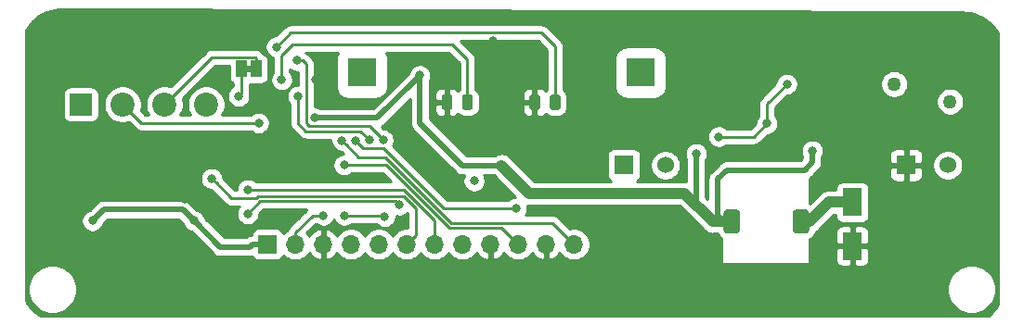
<source format=gbr>
G04 #@! TF.GenerationSoftware,KiCad,Pcbnew,(5.1.5)-3*
G04 #@! TF.CreationDate,2021-02-24T11:53:18+00:00*
G04 #@! TF.ProjectId,CurrentShuntCircuit,43757272-656e-4745-9368-756e74436972,1*
G04 #@! TF.SameCoordinates,Original*
G04 #@! TF.FileFunction,Copper,L1,Top*
G04 #@! TF.FilePolarity,Positive*
%FSLAX46Y46*%
G04 Gerber Fmt 4.6, Leading zero omitted, Abs format (unit mm)*
G04 Created by KiCad (PCBNEW (5.1.5)-3) date 2021-02-24 11:53:18*
%MOMM*%
%LPD*%
G04 APERTURE LIST*
%ADD10C,0.100000*%
%ADD11O,1.700000X1.700000*%
%ADD12R,1.700000X1.700000*%
%ADD13R,1.000000X1.500000*%
%ADD14R,1.800000X1.800000*%
%ADD15C,1.524000*%
%ADD16C,2.200000*%
%ADD17R,2.000000X2.000000*%
%ADD18R,2.500000X2.500000*%
%ADD19C,1.270000*%
%ADD20R,1.800000X2.500000*%
%ADD21C,0.800000*%
%ADD22C,0.500000*%
%ADD23C,1.000000*%
%ADD24C,0.250000*%
%ADD25C,0.254000*%
G04 APERTURE END LIST*
D10*
G36*
X160750000Y-106450000D02*
G01*
X161250000Y-106450000D01*
X161250000Y-107050000D01*
X160750000Y-107050000D01*
X160750000Y-106450000D01*
G37*
D11*
X190640000Y-122800000D03*
X188100000Y-122800000D03*
X185560000Y-122800000D03*
X183020000Y-122800000D03*
X180480000Y-122800000D03*
X177940000Y-122800000D03*
X175400000Y-122800000D03*
X172860000Y-122800000D03*
X170320000Y-122800000D03*
X167780000Y-122800000D03*
X165240000Y-122800000D03*
D12*
X162700000Y-122800000D03*
D13*
X161650000Y-106750000D03*
X160350000Y-106750000D03*
G04 #@! TA.AperFunction,SMDPad,CuDef*
D10*
G36*
X205461756Y-119601806D02*
G01*
X205498159Y-119607206D01*
X205533857Y-119616147D01*
X205568506Y-119628545D01*
X205601774Y-119644280D01*
X205633339Y-119663199D01*
X205662897Y-119685121D01*
X205690165Y-119709835D01*
X205714879Y-119737103D01*
X205736801Y-119766661D01*
X205755720Y-119798226D01*
X205771455Y-119831494D01*
X205783853Y-119866143D01*
X205792794Y-119901841D01*
X205798194Y-119938244D01*
X205800000Y-119975000D01*
X205800000Y-121425000D01*
X205798194Y-121461756D01*
X205792794Y-121498159D01*
X205783853Y-121533857D01*
X205771455Y-121568506D01*
X205755720Y-121601774D01*
X205736801Y-121633339D01*
X205714879Y-121662897D01*
X205690165Y-121690165D01*
X205662897Y-121714879D01*
X205633339Y-121736801D01*
X205601774Y-121755720D01*
X205568506Y-121771455D01*
X205533857Y-121783853D01*
X205498159Y-121792794D01*
X205461756Y-121798194D01*
X205425000Y-121800000D01*
X204675000Y-121800000D01*
X204638244Y-121798194D01*
X204601841Y-121792794D01*
X204566143Y-121783853D01*
X204531494Y-121771455D01*
X204498226Y-121755720D01*
X204466661Y-121736801D01*
X204437103Y-121714879D01*
X204409835Y-121690165D01*
X204385121Y-121662897D01*
X204363199Y-121633339D01*
X204344280Y-121601774D01*
X204328545Y-121568506D01*
X204316147Y-121533857D01*
X204307206Y-121498159D01*
X204301806Y-121461756D01*
X204300000Y-121425000D01*
X204300000Y-119975000D01*
X204301806Y-119938244D01*
X204307206Y-119901841D01*
X204316147Y-119866143D01*
X204328545Y-119831494D01*
X204344280Y-119798226D01*
X204363199Y-119766661D01*
X204385121Y-119737103D01*
X204409835Y-119709835D01*
X204437103Y-119685121D01*
X204466661Y-119663199D01*
X204498226Y-119644280D01*
X204531494Y-119628545D01*
X204566143Y-119616147D01*
X204601841Y-119607206D01*
X204638244Y-119601806D01*
X204675000Y-119600000D01*
X205425000Y-119600000D01*
X205461756Y-119601806D01*
G37*
G04 #@! TD.AperFunction*
G04 #@! TA.AperFunction,SMDPad,CuDef*
G36*
X211761756Y-119601806D02*
G01*
X211798159Y-119607206D01*
X211833857Y-119616147D01*
X211868506Y-119628545D01*
X211901774Y-119644280D01*
X211933339Y-119663199D01*
X211962897Y-119685121D01*
X211990165Y-119709835D01*
X212014879Y-119737103D01*
X212036801Y-119766661D01*
X212055720Y-119798226D01*
X212071455Y-119831494D01*
X212083853Y-119866143D01*
X212092794Y-119901841D01*
X212098194Y-119938244D01*
X212100000Y-119975000D01*
X212100000Y-121425000D01*
X212098194Y-121461756D01*
X212092794Y-121498159D01*
X212083853Y-121533857D01*
X212071455Y-121568506D01*
X212055720Y-121601774D01*
X212036801Y-121633339D01*
X212014879Y-121662897D01*
X211990165Y-121690165D01*
X211962897Y-121714879D01*
X211933339Y-121736801D01*
X211901774Y-121755720D01*
X211868506Y-121771455D01*
X211833857Y-121783853D01*
X211798159Y-121792794D01*
X211761756Y-121798194D01*
X211725000Y-121800000D01*
X210975000Y-121800000D01*
X210938244Y-121798194D01*
X210901841Y-121792794D01*
X210866143Y-121783853D01*
X210831494Y-121771455D01*
X210798226Y-121755720D01*
X210766661Y-121736801D01*
X210737103Y-121714879D01*
X210709835Y-121690165D01*
X210685121Y-121662897D01*
X210663199Y-121633339D01*
X210644280Y-121601774D01*
X210628545Y-121568506D01*
X210616147Y-121533857D01*
X210607206Y-121498159D01*
X210601806Y-121461756D01*
X210600000Y-121425000D01*
X210600000Y-119975000D01*
X210601806Y-119938244D01*
X210607206Y-119901841D01*
X210616147Y-119866143D01*
X210628545Y-119831494D01*
X210644280Y-119798226D01*
X210663199Y-119766661D01*
X210685121Y-119737103D01*
X210709835Y-119709835D01*
X210737103Y-119685121D01*
X210766661Y-119663199D01*
X210798226Y-119644280D01*
X210831494Y-119628545D01*
X210866143Y-119616147D01*
X210901841Y-119607206D01*
X210938244Y-119601806D01*
X210975000Y-119600000D01*
X211725000Y-119600000D01*
X211761756Y-119601806D01*
G37*
G04 #@! TD.AperFunction*
D14*
X195200000Y-115565000D03*
D15*
X199000000Y-115565000D03*
D16*
X157120000Y-110000000D03*
X153310000Y-110000000D03*
X149500000Y-110000000D03*
D17*
X145690000Y-110000000D03*
D14*
X220950000Y-115565000D03*
D15*
X224750000Y-115565000D03*
D18*
X171300000Y-107100000D03*
X196750000Y-107100000D03*
D19*
X219850000Y-108150000D03*
X224950000Y-109750000D03*
G04 #@! TA.AperFunction,SMDPad,CuDef*
D10*
G36*
X181205142Y-109101174D02*
G01*
X181228803Y-109104684D01*
X181252007Y-109110496D01*
X181274529Y-109118554D01*
X181296153Y-109128782D01*
X181316670Y-109141079D01*
X181335883Y-109155329D01*
X181353607Y-109171393D01*
X181369671Y-109189117D01*
X181383921Y-109208330D01*
X181396218Y-109228847D01*
X181406446Y-109250471D01*
X181414504Y-109272993D01*
X181420316Y-109296197D01*
X181423826Y-109319858D01*
X181425000Y-109343750D01*
X181425000Y-110256250D01*
X181423826Y-110280142D01*
X181420316Y-110303803D01*
X181414504Y-110327007D01*
X181406446Y-110349529D01*
X181396218Y-110371153D01*
X181383921Y-110391670D01*
X181369671Y-110410883D01*
X181353607Y-110428607D01*
X181335883Y-110444671D01*
X181316670Y-110458921D01*
X181296153Y-110471218D01*
X181274529Y-110481446D01*
X181252007Y-110489504D01*
X181228803Y-110495316D01*
X181205142Y-110498826D01*
X181181250Y-110500000D01*
X180693750Y-110500000D01*
X180669858Y-110498826D01*
X180646197Y-110495316D01*
X180622993Y-110489504D01*
X180600471Y-110481446D01*
X180578847Y-110471218D01*
X180558330Y-110458921D01*
X180539117Y-110444671D01*
X180521393Y-110428607D01*
X180505329Y-110410883D01*
X180491079Y-110391670D01*
X180478782Y-110371153D01*
X180468554Y-110349529D01*
X180460496Y-110327007D01*
X180454684Y-110303803D01*
X180451174Y-110280142D01*
X180450000Y-110256250D01*
X180450000Y-109343750D01*
X180451174Y-109319858D01*
X180454684Y-109296197D01*
X180460496Y-109272993D01*
X180468554Y-109250471D01*
X180478782Y-109228847D01*
X180491079Y-109208330D01*
X180505329Y-109189117D01*
X180521393Y-109171393D01*
X180539117Y-109155329D01*
X180558330Y-109141079D01*
X180578847Y-109128782D01*
X180600471Y-109118554D01*
X180622993Y-109110496D01*
X180646197Y-109104684D01*
X180669858Y-109101174D01*
X180693750Y-109100000D01*
X181181250Y-109100000D01*
X181205142Y-109101174D01*
G37*
G04 #@! TD.AperFunction*
G04 #@! TA.AperFunction,SMDPad,CuDef*
G36*
X179330142Y-109101174D02*
G01*
X179353803Y-109104684D01*
X179377007Y-109110496D01*
X179399529Y-109118554D01*
X179421153Y-109128782D01*
X179441670Y-109141079D01*
X179460883Y-109155329D01*
X179478607Y-109171393D01*
X179494671Y-109189117D01*
X179508921Y-109208330D01*
X179521218Y-109228847D01*
X179531446Y-109250471D01*
X179539504Y-109272993D01*
X179545316Y-109296197D01*
X179548826Y-109319858D01*
X179550000Y-109343750D01*
X179550000Y-110256250D01*
X179548826Y-110280142D01*
X179545316Y-110303803D01*
X179539504Y-110327007D01*
X179531446Y-110349529D01*
X179521218Y-110371153D01*
X179508921Y-110391670D01*
X179494671Y-110410883D01*
X179478607Y-110428607D01*
X179460883Y-110444671D01*
X179441670Y-110458921D01*
X179421153Y-110471218D01*
X179399529Y-110481446D01*
X179377007Y-110489504D01*
X179353803Y-110495316D01*
X179330142Y-110498826D01*
X179306250Y-110500000D01*
X178818750Y-110500000D01*
X178794858Y-110498826D01*
X178771197Y-110495316D01*
X178747993Y-110489504D01*
X178725471Y-110481446D01*
X178703847Y-110471218D01*
X178683330Y-110458921D01*
X178664117Y-110444671D01*
X178646393Y-110428607D01*
X178630329Y-110410883D01*
X178616079Y-110391670D01*
X178603782Y-110371153D01*
X178593554Y-110349529D01*
X178585496Y-110327007D01*
X178579684Y-110303803D01*
X178576174Y-110280142D01*
X178575000Y-110256250D01*
X178575000Y-109343750D01*
X178576174Y-109319858D01*
X178579684Y-109296197D01*
X178585496Y-109272993D01*
X178593554Y-109250471D01*
X178603782Y-109228847D01*
X178616079Y-109208330D01*
X178630329Y-109189117D01*
X178646393Y-109171393D01*
X178664117Y-109155329D01*
X178683330Y-109141079D01*
X178703847Y-109128782D01*
X178725471Y-109118554D01*
X178747993Y-109110496D01*
X178771197Y-109104684D01*
X178794858Y-109101174D01*
X178818750Y-109100000D01*
X179306250Y-109100000D01*
X179330142Y-109101174D01*
G37*
G04 #@! TD.AperFunction*
G04 #@! TA.AperFunction,SMDPad,CuDef*
G36*
X189205142Y-109101174D02*
G01*
X189228803Y-109104684D01*
X189252007Y-109110496D01*
X189274529Y-109118554D01*
X189296153Y-109128782D01*
X189316670Y-109141079D01*
X189335883Y-109155329D01*
X189353607Y-109171393D01*
X189369671Y-109189117D01*
X189383921Y-109208330D01*
X189396218Y-109228847D01*
X189406446Y-109250471D01*
X189414504Y-109272993D01*
X189420316Y-109296197D01*
X189423826Y-109319858D01*
X189425000Y-109343750D01*
X189425000Y-110256250D01*
X189423826Y-110280142D01*
X189420316Y-110303803D01*
X189414504Y-110327007D01*
X189406446Y-110349529D01*
X189396218Y-110371153D01*
X189383921Y-110391670D01*
X189369671Y-110410883D01*
X189353607Y-110428607D01*
X189335883Y-110444671D01*
X189316670Y-110458921D01*
X189296153Y-110471218D01*
X189274529Y-110481446D01*
X189252007Y-110489504D01*
X189228803Y-110495316D01*
X189205142Y-110498826D01*
X189181250Y-110500000D01*
X188693750Y-110500000D01*
X188669858Y-110498826D01*
X188646197Y-110495316D01*
X188622993Y-110489504D01*
X188600471Y-110481446D01*
X188578847Y-110471218D01*
X188558330Y-110458921D01*
X188539117Y-110444671D01*
X188521393Y-110428607D01*
X188505329Y-110410883D01*
X188491079Y-110391670D01*
X188478782Y-110371153D01*
X188468554Y-110349529D01*
X188460496Y-110327007D01*
X188454684Y-110303803D01*
X188451174Y-110280142D01*
X188450000Y-110256250D01*
X188450000Y-109343750D01*
X188451174Y-109319858D01*
X188454684Y-109296197D01*
X188460496Y-109272993D01*
X188468554Y-109250471D01*
X188478782Y-109228847D01*
X188491079Y-109208330D01*
X188505329Y-109189117D01*
X188521393Y-109171393D01*
X188539117Y-109155329D01*
X188558330Y-109141079D01*
X188578847Y-109128782D01*
X188600471Y-109118554D01*
X188622993Y-109110496D01*
X188646197Y-109104684D01*
X188669858Y-109101174D01*
X188693750Y-109100000D01*
X189181250Y-109100000D01*
X189205142Y-109101174D01*
G37*
G04 #@! TD.AperFunction*
G04 #@! TA.AperFunction,SMDPad,CuDef*
G36*
X187330142Y-109101174D02*
G01*
X187353803Y-109104684D01*
X187377007Y-109110496D01*
X187399529Y-109118554D01*
X187421153Y-109128782D01*
X187441670Y-109141079D01*
X187460883Y-109155329D01*
X187478607Y-109171393D01*
X187494671Y-109189117D01*
X187508921Y-109208330D01*
X187521218Y-109228847D01*
X187531446Y-109250471D01*
X187539504Y-109272993D01*
X187545316Y-109296197D01*
X187548826Y-109319858D01*
X187550000Y-109343750D01*
X187550000Y-110256250D01*
X187548826Y-110280142D01*
X187545316Y-110303803D01*
X187539504Y-110327007D01*
X187531446Y-110349529D01*
X187521218Y-110371153D01*
X187508921Y-110391670D01*
X187494671Y-110410883D01*
X187478607Y-110428607D01*
X187460883Y-110444671D01*
X187441670Y-110458921D01*
X187421153Y-110471218D01*
X187399529Y-110481446D01*
X187377007Y-110489504D01*
X187353803Y-110495316D01*
X187330142Y-110498826D01*
X187306250Y-110500000D01*
X186818750Y-110500000D01*
X186794858Y-110498826D01*
X186771197Y-110495316D01*
X186747993Y-110489504D01*
X186725471Y-110481446D01*
X186703847Y-110471218D01*
X186683330Y-110458921D01*
X186664117Y-110444671D01*
X186646393Y-110428607D01*
X186630329Y-110410883D01*
X186616079Y-110391670D01*
X186603782Y-110371153D01*
X186593554Y-110349529D01*
X186585496Y-110327007D01*
X186579684Y-110303803D01*
X186576174Y-110280142D01*
X186575000Y-110256250D01*
X186575000Y-109343750D01*
X186576174Y-109319858D01*
X186579684Y-109296197D01*
X186585496Y-109272993D01*
X186593554Y-109250471D01*
X186603782Y-109228847D01*
X186616079Y-109208330D01*
X186630329Y-109189117D01*
X186646393Y-109171393D01*
X186664117Y-109155329D01*
X186683330Y-109141079D01*
X186703847Y-109128782D01*
X186725471Y-109118554D01*
X186747993Y-109110496D01*
X186771197Y-109104684D01*
X186794858Y-109101174D01*
X186818750Y-109100000D01*
X187306250Y-109100000D01*
X187330142Y-109101174D01*
G37*
G04 #@! TD.AperFunction*
D20*
X216050000Y-122950000D03*
X216050000Y-118950000D03*
D21*
X148750000Y-116900000D03*
X149750000Y-116900000D03*
X150750000Y-116900000D03*
X186500000Y-108000000D03*
X161700000Y-116100000D03*
X154600000Y-121000000D03*
X183700000Y-113800000D03*
X184600000Y-113800000D03*
X187100000Y-106100000D03*
X190000000Y-106100000D03*
X158200000Y-120100000D03*
X158800000Y-120800000D03*
X155150000Y-118700000D03*
X156050000Y-118700000D03*
X180000000Y-112500000D03*
X179100000Y-112500000D03*
X168000000Y-107700000D03*
X167100000Y-107700000D03*
X178850000Y-116450000D03*
X177950000Y-116450000D03*
X183775010Y-107450000D03*
X181750000Y-105150000D03*
X165400000Y-120250000D03*
X166500000Y-114350000D03*
X209000000Y-106050000D03*
X207500000Y-106000000D03*
X183250000Y-104175010D03*
X146750000Y-120650000D03*
X156000000Y-120650000D03*
X166999992Y-111250000D03*
X181550000Y-117000000D03*
X212386666Y-114250000D03*
X203300000Y-120700000D03*
X184049993Y-115599993D03*
X176600000Y-107350000D03*
X185150000Y-116700000D03*
X201800000Y-114500000D03*
X216050000Y-118950000D03*
X203850000Y-112950000D03*
X208250000Y-111750000D03*
X210075010Y-108149992D03*
X163500000Y-104750000D03*
X164000000Y-107750000D03*
X160900000Y-117800000D03*
X157600000Y-116774990D03*
X185400000Y-119500000D03*
X170700000Y-113300000D03*
X169700000Y-120150000D03*
X173400000Y-120250000D03*
X161900000Y-111700000D03*
X160087500Y-109250000D03*
X165412500Y-106000000D03*
X173250000Y-113250000D03*
X172000000Y-113250000D03*
X165500010Y-109250000D03*
X169688457Y-115550011D03*
X160900000Y-120000000D03*
X174750000Y-119200000D03*
X169500000Y-113300000D03*
X167800000Y-120150000D03*
D22*
X161350000Y-122800000D02*
X161099999Y-123050001D01*
X158400001Y-123050001D02*
X156000000Y-120650000D01*
X162700000Y-122800000D02*
X161350000Y-122800000D01*
X161099999Y-123050001D02*
X158400001Y-123050001D01*
X147800000Y-119600000D02*
X146750000Y-120650000D01*
X156000000Y-120650000D02*
X154950000Y-119600000D01*
X154950000Y-119600000D02*
X147800000Y-119600000D01*
X211700000Y-116000000D02*
X212386666Y-115313334D01*
X212386666Y-115313334D02*
X212386666Y-114250000D01*
X205050000Y-120700000D02*
X204300000Y-120700000D01*
X203750000Y-116826664D02*
X204576664Y-116000000D01*
X204300000Y-120700000D02*
X203750000Y-120150000D01*
X203750000Y-120150000D02*
X203750000Y-116826664D01*
X204576664Y-116000000D02*
X211700000Y-116000000D01*
D23*
X205050000Y-120700000D02*
X203300000Y-120700000D01*
D22*
X176600000Y-111700000D02*
X176600000Y-107915685D01*
X184050000Y-115600000D02*
X180500000Y-115600000D01*
X176200001Y-107749999D02*
X176600000Y-107350000D01*
X180500000Y-115600000D02*
X176600000Y-111700000D01*
X166999992Y-111250000D02*
X172700000Y-111250000D01*
X176600000Y-107915685D02*
X176600000Y-107350000D01*
X172700000Y-111250000D02*
X176200001Y-107749999D01*
D23*
X186600000Y-118150000D02*
X184050000Y-115600000D01*
X203300000Y-120700000D02*
X200750000Y-118150000D01*
X200750000Y-118150000D02*
X186600000Y-118150000D01*
D22*
X201800000Y-115065685D02*
X201800000Y-114500000D01*
X203300000Y-120700000D02*
X201800000Y-119200000D01*
X201800000Y-119200000D02*
X201800000Y-115065685D01*
D23*
X213900000Y-118950000D02*
X216050000Y-118950000D01*
X211350000Y-120700000D02*
X212150000Y-120700000D01*
X212150000Y-120700000D02*
X213900000Y-118950000D01*
D24*
X203850000Y-112950000D02*
X207050000Y-112950000D01*
X207050000Y-112950000D02*
X208250000Y-111750000D01*
X208250000Y-109975002D02*
X210075010Y-108149992D01*
X208250000Y-111750000D02*
X208250000Y-109975002D01*
X164800000Y-103450000D02*
X163500000Y-104750000D01*
X188937500Y-104687500D02*
X187700000Y-103450000D01*
X187700000Y-103450000D02*
X164800000Y-103450000D01*
X188937500Y-109800000D02*
X188937500Y-104687500D01*
X164000000Y-105500000D02*
X165000000Y-104500000D01*
X179523000Y-104500000D02*
X180937500Y-105914500D01*
X180937500Y-105914500D02*
X180937500Y-109800000D01*
X164000000Y-107750000D02*
X164000000Y-105500000D01*
X165000000Y-104500000D02*
X179523000Y-104500000D01*
X177940000Y-122800000D02*
X177940000Y-120580585D01*
X177940000Y-120580585D02*
X175159415Y-117800000D01*
X175159415Y-117800000D02*
X161465685Y-117800000D01*
X161465685Y-117800000D02*
X160900000Y-117800000D01*
X176249999Y-119526995D02*
X175122993Y-118399989D01*
X175400000Y-122800000D02*
X176249999Y-121950001D01*
X176249999Y-121950001D02*
X176249999Y-119526995D01*
X159374999Y-118549989D02*
X157999999Y-117174989D01*
X157999999Y-117174989D02*
X157600000Y-116774990D01*
X161713600Y-118549989D02*
X159374999Y-118549989D01*
X161863600Y-118399989D02*
X161713600Y-118549989D01*
X175122993Y-118399989D02*
X161863600Y-118399989D01*
X185400000Y-119500000D02*
X178768648Y-119500000D01*
X178768648Y-119500000D02*
X173268647Y-113999999D01*
X171099999Y-113699999D02*
X170700000Y-113300000D01*
X171399999Y-113999999D02*
X171099999Y-113699999D01*
X173268647Y-113999999D02*
X171399999Y-113999999D01*
X173300000Y-120150000D02*
X173400000Y-120250000D01*
X169700000Y-120150000D02*
X173300000Y-120150000D01*
X157635001Y-105674999D02*
X153310000Y-110000000D01*
X161650000Y-106750000D02*
X161650000Y-105750000D01*
X161574999Y-105674999D02*
X157635001Y-105674999D01*
X161650000Y-105750000D02*
X161574999Y-105674999D01*
X151200000Y-111700000D02*
X161900000Y-111700000D01*
X149500000Y-110000000D02*
X151200000Y-111700000D01*
D22*
X199000000Y-115665000D02*
X199000000Y-115565000D01*
D24*
X160350000Y-106750000D02*
X160350000Y-108987500D01*
X160350000Y-108987500D02*
X160087500Y-109250000D01*
X172000000Y-112000000D02*
X173250000Y-113250000D01*
X166225011Y-111725011D02*
X166500000Y-112000000D01*
X165412500Y-106000000D02*
X165925000Y-106000000D01*
X166500000Y-112000000D02*
X172000000Y-112000000D01*
X166225011Y-106300011D02*
X166225011Y-111725011D01*
X165925000Y-106000000D02*
X166225011Y-106300011D01*
X165500010Y-111750010D02*
X165500010Y-109250000D01*
X166200011Y-112450011D02*
X165500010Y-111750010D01*
X171200011Y-112450011D02*
X166200011Y-112450011D01*
X172000000Y-113250000D02*
X171200011Y-112450011D01*
X173545837Y-115550011D02*
X170254142Y-115550011D01*
X170254142Y-115550011D02*
X169688457Y-115550011D01*
X185560000Y-122800000D02*
X184060000Y-121300000D01*
X184060000Y-121300000D02*
X179295826Y-121300000D01*
X179295826Y-121300000D02*
X173545837Y-115550011D01*
X174400000Y-118850000D02*
X174750000Y-119200000D01*
X162050000Y-118850000D02*
X174400000Y-118850000D01*
X160900000Y-120000000D02*
X162050000Y-118850000D01*
X188689989Y-120849989D02*
X179482226Y-120849989D01*
X179482226Y-120849989D02*
X173457238Y-114825001D01*
X171025001Y-114825001D02*
X169899999Y-113699999D01*
X190640000Y-122800000D02*
X188689989Y-120849989D01*
X173457238Y-114825001D02*
X171025001Y-114825001D01*
X169899999Y-113699999D02*
X169500000Y-113300000D01*
X166800000Y-120150000D02*
X167800000Y-120150000D01*
X165240000Y-122800000D02*
X165240000Y-121710000D01*
X165240000Y-121710000D02*
X166800000Y-120150000D01*
D25*
G36*
X226019926Y-101587577D02*
G01*
X226401910Y-101607693D01*
X226777012Y-101664621D01*
X227144745Y-101757979D01*
X227501586Y-101886873D01*
X227844089Y-102050056D01*
X228168998Y-102245980D01*
X228473161Y-102472742D01*
X228753690Y-102728190D01*
X229007872Y-103009852D01*
X229233274Y-103315034D01*
X229340001Y-103493830D01*
X229340001Y-128247361D01*
X229207047Y-128468276D01*
X228979644Y-128773625D01*
X228723351Y-129055180D01*
X228440659Y-129310202D01*
X228400271Y-129340000D01*
X142052545Y-129340000D01*
X141868502Y-129229020D01*
X141564339Y-129002258D01*
X141283810Y-128746810D01*
X141029628Y-128465148D01*
X140804226Y-128159966D01*
X140660000Y-127918349D01*
X140660000Y-126679872D01*
X140865000Y-126679872D01*
X140865000Y-127120128D01*
X140950890Y-127551925D01*
X141119369Y-127958669D01*
X141363962Y-128324729D01*
X141675271Y-128636038D01*
X142041331Y-128880631D01*
X142448075Y-129049110D01*
X142879872Y-129135000D01*
X143320128Y-129135000D01*
X143751925Y-129049110D01*
X144158669Y-128880631D01*
X144524729Y-128636038D01*
X144836038Y-128324729D01*
X145080631Y-127958669D01*
X145249110Y-127551925D01*
X145335000Y-127120128D01*
X145335000Y-126679872D01*
X224665000Y-126679872D01*
X224665000Y-127120128D01*
X224750890Y-127551925D01*
X224919369Y-127958669D01*
X225163962Y-128324729D01*
X225475271Y-128636038D01*
X225841331Y-128880631D01*
X226248075Y-129049110D01*
X226679872Y-129135000D01*
X227120128Y-129135000D01*
X227551925Y-129049110D01*
X227958669Y-128880631D01*
X228324729Y-128636038D01*
X228636038Y-128324729D01*
X228880631Y-127958669D01*
X229049110Y-127551925D01*
X229135000Y-127120128D01*
X229135000Y-126679872D01*
X229049110Y-126248075D01*
X228880631Y-125841331D01*
X228636038Y-125475271D01*
X228324729Y-125163962D01*
X227958669Y-124919369D01*
X227551925Y-124750890D01*
X227120128Y-124665000D01*
X226679872Y-124665000D01*
X226248075Y-124750890D01*
X225841331Y-124919369D01*
X225475271Y-125163962D01*
X225163962Y-125475271D01*
X224919369Y-125841331D01*
X224750890Y-126248075D01*
X224665000Y-126679872D01*
X145335000Y-126679872D01*
X145249110Y-126248075D01*
X145080631Y-125841331D01*
X144836038Y-125475271D01*
X144524729Y-125163962D01*
X144158669Y-124919369D01*
X143751925Y-124750890D01*
X143320128Y-124665000D01*
X142879872Y-124665000D01*
X142448075Y-124750890D01*
X142041331Y-124919369D01*
X141675271Y-125163962D01*
X141363962Y-125475271D01*
X141119369Y-125841331D01*
X140950890Y-126248075D01*
X140865000Y-126679872D01*
X140660000Y-126679872D01*
X140660000Y-120548061D01*
X145715000Y-120548061D01*
X145715000Y-120751939D01*
X145754774Y-120951898D01*
X145832795Y-121140256D01*
X145946063Y-121309774D01*
X146090226Y-121453937D01*
X146259744Y-121567205D01*
X146448102Y-121645226D01*
X146648061Y-121685000D01*
X146851939Y-121685000D01*
X147051898Y-121645226D01*
X147240256Y-121567205D01*
X147409774Y-121453937D01*
X147553937Y-121309774D01*
X147667205Y-121140256D01*
X147745226Y-120951898D01*
X147756535Y-120895043D01*
X148166579Y-120485000D01*
X154583422Y-120485000D01*
X154993465Y-120895044D01*
X155004774Y-120951898D01*
X155082795Y-121140256D01*
X155196063Y-121309774D01*
X155340226Y-121453937D01*
X155509744Y-121567205D01*
X155698102Y-121645226D01*
X155754957Y-121656535D01*
X157743471Y-123645050D01*
X157771184Y-123678818D01*
X157804952Y-123706531D01*
X157804954Y-123706533D01*
X157853815Y-123746632D01*
X157905942Y-123789412D01*
X158059688Y-123871590D01*
X158145391Y-123897588D01*
X158226510Y-123922196D01*
X158241307Y-123923653D01*
X158356524Y-123935001D01*
X158356532Y-123935001D01*
X158400001Y-123939282D01*
X158443470Y-123935001D01*
X161056530Y-123935001D01*
X161099999Y-123939282D01*
X161143468Y-123935001D01*
X161143476Y-123935001D01*
X161273489Y-123922196D01*
X161275196Y-123921678D01*
X161319463Y-124004494D01*
X161398815Y-124101185D01*
X161495506Y-124180537D01*
X161605820Y-124239502D01*
X161725518Y-124275812D01*
X161850000Y-124288072D01*
X163550000Y-124288072D01*
X163674482Y-124275812D01*
X163794180Y-124239502D01*
X163904494Y-124180537D01*
X164001185Y-124101185D01*
X164080537Y-124004494D01*
X164139502Y-123894180D01*
X164161513Y-123821620D01*
X164293368Y-123953475D01*
X164536589Y-124115990D01*
X164806842Y-124227932D01*
X165093740Y-124285000D01*
X165386260Y-124285000D01*
X165673158Y-124227932D01*
X165943411Y-124115990D01*
X166186632Y-123953475D01*
X166393475Y-123746632D01*
X166515195Y-123564466D01*
X166584822Y-123681355D01*
X166779731Y-123897588D01*
X167013080Y-124071641D01*
X167275901Y-124196825D01*
X167423110Y-124241476D01*
X167653000Y-124120155D01*
X167653000Y-122927000D01*
X167633000Y-122927000D01*
X167633000Y-122673000D01*
X167653000Y-122673000D01*
X167653000Y-121479845D01*
X167423110Y-121358524D01*
X167275901Y-121403175D01*
X167013080Y-121528359D01*
X166779731Y-121702412D01*
X166584822Y-121918645D01*
X166515195Y-122035534D01*
X166393475Y-121853368D01*
X166282454Y-121742347D01*
X167105545Y-120919256D01*
X167140226Y-120953937D01*
X167309744Y-121067205D01*
X167498102Y-121145226D01*
X167698061Y-121185000D01*
X167901939Y-121185000D01*
X168101898Y-121145226D01*
X168290256Y-121067205D01*
X168459774Y-120953937D01*
X168603937Y-120809774D01*
X168717205Y-120640256D01*
X168750000Y-120561082D01*
X168782795Y-120640256D01*
X168896063Y-120809774D01*
X169040226Y-120953937D01*
X169209744Y-121067205D01*
X169398102Y-121145226D01*
X169598061Y-121185000D01*
X169801939Y-121185000D01*
X170001898Y-121145226D01*
X170190256Y-121067205D01*
X170359774Y-120953937D01*
X170403711Y-120910000D01*
X172596289Y-120910000D01*
X172740226Y-121053937D01*
X172909744Y-121167205D01*
X173098102Y-121245226D01*
X173298061Y-121285000D01*
X173501939Y-121285000D01*
X173701898Y-121245226D01*
X173890256Y-121167205D01*
X174059774Y-121053937D01*
X174203937Y-120909774D01*
X174317205Y-120740256D01*
X174395226Y-120551898D01*
X174435000Y-120351939D01*
X174435000Y-120189799D01*
X174448102Y-120195226D01*
X174648061Y-120235000D01*
X174851939Y-120235000D01*
X175051898Y-120195226D01*
X175240256Y-120117205D01*
X175409774Y-120003937D01*
X175490000Y-119923711D01*
X175489999Y-121315000D01*
X175253740Y-121315000D01*
X174966842Y-121372068D01*
X174696589Y-121484010D01*
X174453368Y-121646525D01*
X174246525Y-121853368D01*
X174130000Y-122027760D01*
X174013475Y-121853368D01*
X173806632Y-121646525D01*
X173563411Y-121484010D01*
X173293158Y-121372068D01*
X173006260Y-121315000D01*
X172713740Y-121315000D01*
X172426842Y-121372068D01*
X172156589Y-121484010D01*
X171913368Y-121646525D01*
X171706525Y-121853368D01*
X171590000Y-122027760D01*
X171473475Y-121853368D01*
X171266632Y-121646525D01*
X171023411Y-121484010D01*
X170753158Y-121372068D01*
X170466260Y-121315000D01*
X170173740Y-121315000D01*
X169886842Y-121372068D01*
X169616589Y-121484010D01*
X169373368Y-121646525D01*
X169166525Y-121853368D01*
X169044805Y-122035534D01*
X168975178Y-121918645D01*
X168780269Y-121702412D01*
X168546920Y-121528359D01*
X168284099Y-121403175D01*
X168136890Y-121358524D01*
X167907000Y-121479845D01*
X167907000Y-122673000D01*
X167927000Y-122673000D01*
X167927000Y-122927000D01*
X167907000Y-122927000D01*
X167907000Y-124120155D01*
X168136890Y-124241476D01*
X168284099Y-124196825D01*
X168546920Y-124071641D01*
X168780269Y-123897588D01*
X168975178Y-123681355D01*
X169044805Y-123564466D01*
X169166525Y-123746632D01*
X169373368Y-123953475D01*
X169616589Y-124115990D01*
X169886842Y-124227932D01*
X170173740Y-124285000D01*
X170466260Y-124285000D01*
X170753158Y-124227932D01*
X171023411Y-124115990D01*
X171266632Y-123953475D01*
X171473475Y-123746632D01*
X171590000Y-123572240D01*
X171706525Y-123746632D01*
X171913368Y-123953475D01*
X172156589Y-124115990D01*
X172426842Y-124227932D01*
X172713740Y-124285000D01*
X173006260Y-124285000D01*
X173293158Y-124227932D01*
X173563411Y-124115990D01*
X173806632Y-123953475D01*
X174013475Y-123746632D01*
X174130000Y-123572240D01*
X174246525Y-123746632D01*
X174453368Y-123953475D01*
X174696589Y-124115990D01*
X174966842Y-124227932D01*
X175253740Y-124285000D01*
X175546260Y-124285000D01*
X175833158Y-124227932D01*
X176103411Y-124115990D01*
X176346632Y-123953475D01*
X176553475Y-123746632D01*
X176670000Y-123572240D01*
X176786525Y-123746632D01*
X176993368Y-123953475D01*
X177236589Y-124115990D01*
X177506842Y-124227932D01*
X177793740Y-124285000D01*
X178086260Y-124285000D01*
X178373158Y-124227932D01*
X178643411Y-124115990D01*
X178886632Y-123953475D01*
X179093475Y-123746632D01*
X179210000Y-123572240D01*
X179326525Y-123746632D01*
X179533368Y-123953475D01*
X179776589Y-124115990D01*
X180046842Y-124227932D01*
X180333740Y-124285000D01*
X180626260Y-124285000D01*
X180913158Y-124227932D01*
X181183411Y-124115990D01*
X181426632Y-123953475D01*
X181633475Y-123746632D01*
X181755195Y-123564466D01*
X181824822Y-123681355D01*
X182019731Y-123897588D01*
X182253080Y-124071641D01*
X182515901Y-124196825D01*
X182663110Y-124241476D01*
X182893000Y-124120155D01*
X182893000Y-122927000D01*
X182873000Y-122927000D01*
X182873000Y-122673000D01*
X182893000Y-122673000D01*
X182893000Y-122653000D01*
X183147000Y-122653000D01*
X183147000Y-122673000D01*
X183167000Y-122673000D01*
X183167000Y-122927000D01*
X183147000Y-122927000D01*
X183147000Y-124120155D01*
X183376890Y-124241476D01*
X183524099Y-124196825D01*
X183786920Y-124071641D01*
X184020269Y-123897588D01*
X184215178Y-123681355D01*
X184284805Y-123564466D01*
X184406525Y-123746632D01*
X184613368Y-123953475D01*
X184856589Y-124115990D01*
X185126842Y-124227932D01*
X185413740Y-124285000D01*
X185706260Y-124285000D01*
X185993158Y-124227932D01*
X186263411Y-124115990D01*
X186506632Y-123953475D01*
X186713475Y-123746632D01*
X186835195Y-123564466D01*
X186904822Y-123681355D01*
X187099731Y-123897588D01*
X187333080Y-124071641D01*
X187595901Y-124196825D01*
X187743110Y-124241476D01*
X187973000Y-124120155D01*
X187973000Y-122927000D01*
X187953000Y-122927000D01*
X187953000Y-122673000D01*
X187973000Y-122673000D01*
X187973000Y-122653000D01*
X188227000Y-122653000D01*
X188227000Y-122673000D01*
X188247000Y-122673000D01*
X188247000Y-122927000D01*
X188227000Y-122927000D01*
X188227000Y-124120155D01*
X188456890Y-124241476D01*
X188604099Y-124196825D01*
X188866920Y-124071641D01*
X189100269Y-123897588D01*
X189295178Y-123681355D01*
X189364805Y-123564466D01*
X189486525Y-123746632D01*
X189693368Y-123953475D01*
X189936589Y-124115990D01*
X190206842Y-124227932D01*
X190493740Y-124285000D01*
X190786260Y-124285000D01*
X191073158Y-124227932D01*
X191343411Y-124115990D01*
X191586632Y-123953475D01*
X191793475Y-123746632D01*
X191955990Y-123503411D01*
X192067932Y-123233158D01*
X192125000Y-122946260D01*
X192125000Y-122653740D01*
X192067932Y-122366842D01*
X191955990Y-122096589D01*
X191793475Y-121853368D01*
X191586632Y-121646525D01*
X191343411Y-121484010D01*
X191073158Y-121372068D01*
X190786260Y-121315000D01*
X190493740Y-121315000D01*
X190273592Y-121358790D01*
X189253793Y-120338992D01*
X189229990Y-120309988D01*
X189114265Y-120215015D01*
X188982236Y-120144443D01*
X188838975Y-120100986D01*
X188727322Y-120089989D01*
X188727311Y-120089989D01*
X188689989Y-120086313D01*
X188652667Y-120089989D01*
X186250566Y-120089989D01*
X186317205Y-119990256D01*
X186395226Y-119801898D01*
X186435000Y-119601939D01*
X186435000Y-119398061D01*
X186409879Y-119271766D01*
X186435365Y-119274276D01*
X186600000Y-119290491D01*
X186655752Y-119285000D01*
X200279869Y-119285000D01*
X202458013Y-121463146D01*
X202493551Y-121506449D01*
X202536854Y-121541987D01*
X202536856Y-121541989D01*
X202666377Y-121648284D01*
X202863553Y-121753676D01*
X203077501Y-121818577D01*
X203300000Y-121840491D01*
X203355752Y-121835000D01*
X203750971Y-121835000D01*
X203832661Y-121987833D01*
X203958650Y-122141350D01*
X204073000Y-122235195D01*
X204073000Y-124450000D01*
X204075440Y-124474776D01*
X204082667Y-124498601D01*
X204094403Y-124520557D01*
X204110197Y-124539803D01*
X204129443Y-124555597D01*
X204151399Y-124567333D01*
X204175224Y-124574560D01*
X204200000Y-124577000D01*
X212050000Y-124577000D01*
X212074776Y-124574560D01*
X212098601Y-124567333D01*
X212120557Y-124555597D01*
X212139803Y-124539803D01*
X212155597Y-124520557D01*
X212167333Y-124498601D01*
X212174560Y-124474776D01*
X212177000Y-124450000D01*
X212177000Y-124200000D01*
X214511928Y-124200000D01*
X214524188Y-124324482D01*
X214560498Y-124444180D01*
X214619463Y-124554494D01*
X214698815Y-124651185D01*
X214795506Y-124730537D01*
X214905820Y-124789502D01*
X215025518Y-124825812D01*
X215150000Y-124838072D01*
X215764250Y-124835000D01*
X215923000Y-124676250D01*
X215923000Y-123077000D01*
X216177000Y-123077000D01*
X216177000Y-124676250D01*
X216335750Y-124835000D01*
X216950000Y-124838072D01*
X217074482Y-124825812D01*
X217194180Y-124789502D01*
X217304494Y-124730537D01*
X217401185Y-124651185D01*
X217480537Y-124554494D01*
X217539502Y-124444180D01*
X217575812Y-124324482D01*
X217588072Y-124200000D01*
X217585000Y-123235750D01*
X217426250Y-123077000D01*
X216177000Y-123077000D01*
X215923000Y-123077000D01*
X214673750Y-123077000D01*
X214515000Y-123235750D01*
X214511928Y-124200000D01*
X212177000Y-124200000D01*
X212177000Y-122326580D01*
X212287833Y-122267339D01*
X212441350Y-122141350D01*
X212567339Y-121987833D01*
X212660956Y-121812686D01*
X212695139Y-121700000D01*
X214511928Y-121700000D01*
X214515000Y-122664250D01*
X214673750Y-122823000D01*
X215923000Y-122823000D01*
X215923000Y-121223750D01*
X216177000Y-121223750D01*
X216177000Y-122823000D01*
X217426250Y-122823000D01*
X217585000Y-122664250D01*
X217588072Y-121700000D01*
X217575812Y-121575518D01*
X217539502Y-121455820D01*
X217480537Y-121345506D01*
X217401185Y-121248815D01*
X217304494Y-121169463D01*
X217194180Y-121110498D01*
X217074482Y-121074188D01*
X216950000Y-121061928D01*
X216335750Y-121065000D01*
X216177000Y-121223750D01*
X215923000Y-121223750D01*
X215764250Y-121065000D01*
X215150000Y-121061928D01*
X215025518Y-121074188D01*
X214905820Y-121110498D01*
X214795506Y-121169463D01*
X214698815Y-121248815D01*
X214619463Y-121345506D01*
X214560498Y-121455820D01*
X214524188Y-121575518D01*
X214511928Y-121700000D01*
X212695139Y-121700000D01*
X212696740Y-121694724D01*
X212783623Y-121648284D01*
X212956449Y-121506449D01*
X212991995Y-121463136D01*
X214370133Y-120085000D01*
X214511928Y-120085000D01*
X214511928Y-120200000D01*
X214524188Y-120324482D01*
X214560498Y-120444180D01*
X214619463Y-120554494D01*
X214698815Y-120651185D01*
X214795506Y-120730537D01*
X214905820Y-120789502D01*
X215025518Y-120825812D01*
X215150000Y-120838072D01*
X216950000Y-120838072D01*
X217074482Y-120825812D01*
X217194180Y-120789502D01*
X217304494Y-120730537D01*
X217401185Y-120651185D01*
X217480537Y-120554494D01*
X217539502Y-120444180D01*
X217575812Y-120324482D01*
X217588072Y-120200000D01*
X217588072Y-117700000D01*
X217575812Y-117575518D01*
X217539502Y-117455820D01*
X217480537Y-117345506D01*
X217401185Y-117248815D01*
X217304494Y-117169463D01*
X217194180Y-117110498D01*
X217074482Y-117074188D01*
X216950000Y-117061928D01*
X215150000Y-117061928D01*
X215025518Y-117074188D01*
X214905820Y-117110498D01*
X214795506Y-117169463D01*
X214698815Y-117248815D01*
X214619463Y-117345506D01*
X214560498Y-117455820D01*
X214524188Y-117575518D01*
X214511928Y-117700000D01*
X214511928Y-117815000D01*
X213955752Y-117815000D01*
X213900000Y-117809509D01*
X213677501Y-117831423D01*
X213463553Y-117896324D01*
X213266377Y-118001716D01*
X213136856Y-118108011D01*
X213136854Y-118108013D01*
X213093551Y-118143551D01*
X213058013Y-118186854D01*
X212173779Y-119071089D01*
X212151975Y-116848754D01*
X212149458Y-116824810D01*
X212142151Y-116801009D01*
X212130342Y-116779092D01*
X212127119Y-116775191D01*
X212194059Y-116739411D01*
X212328817Y-116628817D01*
X212356534Y-116595044D01*
X212486578Y-116465000D01*
X219411928Y-116465000D01*
X219424188Y-116589482D01*
X219460498Y-116709180D01*
X219519463Y-116819494D01*
X219598815Y-116916185D01*
X219695506Y-116995537D01*
X219805820Y-117054502D01*
X219925518Y-117090812D01*
X220050000Y-117103072D01*
X220664250Y-117100000D01*
X220823000Y-116941250D01*
X220823000Y-115692000D01*
X221077000Y-115692000D01*
X221077000Y-116941250D01*
X221235750Y-117100000D01*
X221850000Y-117103072D01*
X221974482Y-117090812D01*
X222094180Y-117054502D01*
X222204494Y-116995537D01*
X222301185Y-116916185D01*
X222380537Y-116819494D01*
X222439502Y-116709180D01*
X222475812Y-116589482D01*
X222488072Y-116465000D01*
X222485000Y-115850750D01*
X222326250Y-115692000D01*
X221077000Y-115692000D01*
X220823000Y-115692000D01*
X219573750Y-115692000D01*
X219415000Y-115850750D01*
X219411928Y-116465000D01*
X212486578Y-116465000D01*
X212981716Y-115969863D01*
X213015483Y-115942151D01*
X213126077Y-115807393D01*
X213208255Y-115653647D01*
X213258861Y-115486824D01*
X213271666Y-115356811D01*
X213271666Y-115356801D01*
X213275947Y-115313335D01*
X213271666Y-115269869D01*
X213271666Y-114788454D01*
X213303871Y-114740256D01*
X213335043Y-114665000D01*
X219411928Y-114665000D01*
X219415000Y-115279250D01*
X219573750Y-115438000D01*
X220823000Y-115438000D01*
X220823000Y-114188750D01*
X221077000Y-114188750D01*
X221077000Y-115438000D01*
X222326250Y-115438000D01*
X222336842Y-115427408D01*
X223353000Y-115427408D01*
X223353000Y-115702592D01*
X223406686Y-115972490D01*
X223511995Y-116226727D01*
X223664880Y-116455535D01*
X223859465Y-116650120D01*
X224088273Y-116803005D01*
X224342510Y-116908314D01*
X224612408Y-116962000D01*
X224887592Y-116962000D01*
X225157490Y-116908314D01*
X225411727Y-116803005D01*
X225640535Y-116650120D01*
X225835120Y-116455535D01*
X225988005Y-116226727D01*
X226093314Y-115972490D01*
X226147000Y-115702592D01*
X226147000Y-115427408D01*
X226093314Y-115157510D01*
X225988005Y-114903273D01*
X225835120Y-114674465D01*
X225640535Y-114479880D01*
X225411727Y-114326995D01*
X225157490Y-114221686D01*
X224887592Y-114168000D01*
X224612408Y-114168000D01*
X224342510Y-114221686D01*
X224088273Y-114326995D01*
X223859465Y-114479880D01*
X223664880Y-114674465D01*
X223511995Y-114903273D01*
X223406686Y-115157510D01*
X223353000Y-115427408D01*
X222336842Y-115427408D01*
X222485000Y-115279250D01*
X222488072Y-114665000D01*
X222475812Y-114540518D01*
X222439502Y-114420820D01*
X222380537Y-114310506D01*
X222301185Y-114213815D01*
X222204494Y-114134463D01*
X222094180Y-114075498D01*
X221974482Y-114039188D01*
X221850000Y-114026928D01*
X221235750Y-114030000D01*
X221077000Y-114188750D01*
X220823000Y-114188750D01*
X220664250Y-114030000D01*
X220050000Y-114026928D01*
X219925518Y-114039188D01*
X219805820Y-114075498D01*
X219695506Y-114134463D01*
X219598815Y-114213815D01*
X219519463Y-114310506D01*
X219460498Y-114420820D01*
X219424188Y-114540518D01*
X219411928Y-114665000D01*
X213335043Y-114665000D01*
X213381892Y-114551898D01*
X213421666Y-114351939D01*
X213421666Y-114148061D01*
X213381892Y-113948102D01*
X213303871Y-113759744D01*
X213190603Y-113590226D01*
X213046440Y-113446063D01*
X212876922Y-113332795D01*
X212688564Y-113254774D01*
X212488605Y-113215000D01*
X212284727Y-113215000D01*
X212084768Y-113254774D01*
X211896410Y-113332795D01*
X211726892Y-113446063D01*
X211582729Y-113590226D01*
X211469461Y-113759744D01*
X211391440Y-113948102D01*
X211351666Y-114148061D01*
X211351666Y-114351939D01*
X211391440Y-114551898D01*
X211469461Y-114740256D01*
X211501666Y-114788455D01*
X211501666Y-114946755D01*
X211333422Y-115115000D01*
X204620129Y-115115000D01*
X204576663Y-115110719D01*
X204533197Y-115115000D01*
X204533187Y-115115000D01*
X204403174Y-115127805D01*
X204236351Y-115178411D01*
X204082605Y-115260589D01*
X204082603Y-115260590D01*
X204082604Y-115260590D01*
X203981617Y-115343468D01*
X203981615Y-115343470D01*
X203947847Y-115371183D01*
X203920134Y-115404951D01*
X203154951Y-116170135D01*
X203121184Y-116197847D01*
X203093471Y-116231615D01*
X203093468Y-116231618D01*
X203010590Y-116332605D01*
X202928412Y-116486351D01*
X202877805Y-116653174D01*
X202860719Y-116826664D01*
X202865001Y-116870143D01*
X202865000Y-118659868D01*
X202685000Y-118479868D01*
X202685000Y-115038454D01*
X202717205Y-114990256D01*
X202795226Y-114801898D01*
X202835000Y-114601939D01*
X202835000Y-114398061D01*
X202795226Y-114198102D01*
X202717205Y-114009744D01*
X202603937Y-113840226D01*
X202459774Y-113696063D01*
X202290256Y-113582795D01*
X202101898Y-113504774D01*
X201901939Y-113465000D01*
X201698061Y-113465000D01*
X201498102Y-113504774D01*
X201309744Y-113582795D01*
X201140226Y-113696063D01*
X200996063Y-113840226D01*
X200882795Y-114009744D01*
X200804774Y-114198102D01*
X200765000Y-114398061D01*
X200765000Y-114601939D01*
X200804774Y-114801898D01*
X200882795Y-114990256D01*
X200915000Y-115038454D01*
X200915000Y-115109161D01*
X200915001Y-115109171D01*
X200915001Y-117025760D01*
X200805752Y-117015000D01*
X200805751Y-117015000D01*
X200750000Y-117009509D01*
X200694249Y-117015000D01*
X196418082Y-117015000D01*
X196454494Y-116995537D01*
X196551185Y-116916185D01*
X196630537Y-116819494D01*
X196689502Y-116709180D01*
X196725812Y-116589482D01*
X196738072Y-116465000D01*
X196738072Y-115427408D01*
X197603000Y-115427408D01*
X197603000Y-115702592D01*
X197656686Y-115972490D01*
X197761995Y-116226727D01*
X197914880Y-116455535D01*
X198109465Y-116650120D01*
X198338273Y-116803005D01*
X198592510Y-116908314D01*
X198862408Y-116962000D01*
X199137592Y-116962000D01*
X199407490Y-116908314D01*
X199661727Y-116803005D01*
X199890535Y-116650120D01*
X200085120Y-116455535D01*
X200238005Y-116226727D01*
X200343314Y-115972490D01*
X200397000Y-115702592D01*
X200397000Y-115427408D01*
X200343314Y-115157510D01*
X200238005Y-114903273D01*
X200085120Y-114674465D01*
X199890535Y-114479880D01*
X199661727Y-114326995D01*
X199407490Y-114221686D01*
X199137592Y-114168000D01*
X198862408Y-114168000D01*
X198592510Y-114221686D01*
X198338273Y-114326995D01*
X198109465Y-114479880D01*
X197914880Y-114674465D01*
X197761995Y-114903273D01*
X197656686Y-115157510D01*
X197603000Y-115427408D01*
X196738072Y-115427408D01*
X196738072Y-114665000D01*
X196725812Y-114540518D01*
X196689502Y-114420820D01*
X196630537Y-114310506D01*
X196551185Y-114213815D01*
X196454494Y-114134463D01*
X196344180Y-114075498D01*
X196224482Y-114039188D01*
X196100000Y-114026928D01*
X194300000Y-114026928D01*
X194175518Y-114039188D01*
X194055820Y-114075498D01*
X193945506Y-114134463D01*
X193848815Y-114213815D01*
X193769463Y-114310506D01*
X193710498Y-114420820D01*
X193674188Y-114540518D01*
X193661928Y-114665000D01*
X193661928Y-116465000D01*
X193674188Y-116589482D01*
X193710498Y-116709180D01*
X193769463Y-116819494D01*
X193848815Y-116916185D01*
X193945506Y-116995537D01*
X193981918Y-117015000D01*
X187070133Y-117015000D01*
X184813143Y-114758012D01*
X184683622Y-114651717D01*
X184486446Y-114546324D01*
X184272498Y-114481423D01*
X184050000Y-114459509D01*
X183827502Y-114481423D01*
X183613554Y-114546324D01*
X183416378Y-114651717D01*
X183339268Y-114715000D01*
X180866579Y-114715000D01*
X178999640Y-112848061D01*
X202815000Y-112848061D01*
X202815000Y-113051939D01*
X202854774Y-113251898D01*
X202932795Y-113440256D01*
X203046063Y-113609774D01*
X203190226Y-113753937D01*
X203359744Y-113867205D01*
X203548102Y-113945226D01*
X203748061Y-113985000D01*
X203951939Y-113985000D01*
X204151898Y-113945226D01*
X204340256Y-113867205D01*
X204509774Y-113753937D01*
X204553711Y-113710000D01*
X207012678Y-113710000D01*
X207050000Y-113713676D01*
X207087322Y-113710000D01*
X207087333Y-113710000D01*
X207198986Y-113699003D01*
X207342247Y-113655546D01*
X207474276Y-113584974D01*
X207590001Y-113490001D01*
X207613804Y-113460997D01*
X208289802Y-112785000D01*
X208351939Y-112785000D01*
X208551898Y-112745226D01*
X208740256Y-112667205D01*
X208909774Y-112553937D01*
X209053937Y-112409774D01*
X209167205Y-112240256D01*
X209245226Y-112051898D01*
X209285000Y-111851939D01*
X209285000Y-111648061D01*
X209245226Y-111448102D01*
X209167205Y-111259744D01*
X209053937Y-111090226D01*
X209010000Y-111046289D01*
X209010000Y-110289803D01*
X209674887Y-109624916D01*
X223680000Y-109624916D01*
X223680000Y-109875084D01*
X223728805Y-110120445D01*
X223824541Y-110351571D01*
X223963527Y-110559578D01*
X224140422Y-110736473D01*
X224348429Y-110875459D01*
X224579555Y-110971195D01*
X224824916Y-111020000D01*
X225075084Y-111020000D01*
X225320445Y-110971195D01*
X225551571Y-110875459D01*
X225759578Y-110736473D01*
X225936473Y-110559578D01*
X226075459Y-110351571D01*
X226171195Y-110120445D01*
X226220000Y-109875084D01*
X226220000Y-109624916D01*
X226171195Y-109379555D01*
X226075459Y-109148429D01*
X225936473Y-108940422D01*
X225759578Y-108763527D01*
X225551571Y-108624541D01*
X225320445Y-108528805D01*
X225075084Y-108480000D01*
X224824916Y-108480000D01*
X224579555Y-108528805D01*
X224348429Y-108624541D01*
X224140422Y-108763527D01*
X223963527Y-108940422D01*
X223824541Y-109148429D01*
X223728805Y-109379555D01*
X223680000Y-109624916D01*
X209674887Y-109624916D01*
X210114812Y-109184992D01*
X210176949Y-109184992D01*
X210376908Y-109145218D01*
X210565266Y-109067197D01*
X210734784Y-108953929D01*
X210878947Y-108809766D01*
X210992215Y-108640248D01*
X211070236Y-108451890D01*
X211110010Y-108251931D01*
X211110010Y-108048053D01*
X211105408Y-108024916D01*
X218580000Y-108024916D01*
X218580000Y-108275084D01*
X218628805Y-108520445D01*
X218724541Y-108751571D01*
X218863527Y-108959578D01*
X219040422Y-109136473D01*
X219248429Y-109275459D01*
X219479555Y-109371195D01*
X219724916Y-109420000D01*
X219975084Y-109420000D01*
X220220445Y-109371195D01*
X220451571Y-109275459D01*
X220659578Y-109136473D01*
X220836473Y-108959578D01*
X220975459Y-108751571D01*
X221071195Y-108520445D01*
X221120000Y-108275084D01*
X221120000Y-108024916D01*
X221071195Y-107779555D01*
X220975459Y-107548429D01*
X220836473Y-107340422D01*
X220659578Y-107163527D01*
X220451571Y-107024541D01*
X220220445Y-106928805D01*
X219975084Y-106880000D01*
X219724916Y-106880000D01*
X219479555Y-106928805D01*
X219248429Y-107024541D01*
X219040422Y-107163527D01*
X218863527Y-107340422D01*
X218724541Y-107548429D01*
X218628805Y-107779555D01*
X218580000Y-108024916D01*
X211105408Y-108024916D01*
X211070236Y-107848094D01*
X210992215Y-107659736D01*
X210878947Y-107490218D01*
X210734784Y-107346055D01*
X210565266Y-107232787D01*
X210376908Y-107154766D01*
X210176949Y-107114992D01*
X209973071Y-107114992D01*
X209773112Y-107154766D01*
X209584754Y-107232787D01*
X209415236Y-107346055D01*
X209271073Y-107490218D01*
X209157805Y-107659736D01*
X209079784Y-107848094D01*
X209040010Y-108048053D01*
X209040010Y-108110190D01*
X207738998Y-109411203D01*
X207710000Y-109435001D01*
X207686202Y-109463999D01*
X207686201Y-109464000D01*
X207615026Y-109550726D01*
X207544454Y-109682756D01*
X207523700Y-109751177D01*
X207500998Y-109826016D01*
X207491052Y-109927000D01*
X207486324Y-109975002D01*
X207490001Y-110012334D01*
X207490000Y-111046289D01*
X207446063Y-111090226D01*
X207332795Y-111259744D01*
X207254774Y-111448102D01*
X207215000Y-111648061D01*
X207215000Y-111710198D01*
X206735199Y-112190000D01*
X204553711Y-112190000D01*
X204509774Y-112146063D01*
X204340256Y-112032795D01*
X204151898Y-111954774D01*
X203951939Y-111915000D01*
X203748061Y-111915000D01*
X203548102Y-111954774D01*
X203359744Y-112032795D01*
X203190226Y-112146063D01*
X203046063Y-112290226D01*
X202932795Y-112459744D01*
X202854774Y-112648102D01*
X202815000Y-112848061D01*
X178999640Y-112848061D01*
X177485000Y-111333422D01*
X177485000Y-110500000D01*
X177936928Y-110500000D01*
X177949188Y-110624482D01*
X177985498Y-110744180D01*
X178044463Y-110854494D01*
X178123815Y-110951185D01*
X178220506Y-111030537D01*
X178330820Y-111089502D01*
X178450518Y-111125812D01*
X178575000Y-111138072D01*
X178776750Y-111135000D01*
X178935500Y-110976250D01*
X178935500Y-109927000D01*
X178098750Y-109927000D01*
X177940000Y-110085750D01*
X177936928Y-110500000D01*
X177485000Y-110500000D01*
X177485000Y-109100000D01*
X177936928Y-109100000D01*
X177940000Y-109514250D01*
X178098750Y-109673000D01*
X178935500Y-109673000D01*
X178935500Y-108623750D01*
X178776750Y-108465000D01*
X178575000Y-108461928D01*
X178450518Y-108474188D01*
X178330820Y-108510498D01*
X178220506Y-108569463D01*
X178123815Y-108648815D01*
X178044463Y-108745506D01*
X177985498Y-108855820D01*
X177949188Y-108975518D01*
X177936928Y-109100000D01*
X177485000Y-109100000D01*
X177485000Y-107888454D01*
X177517205Y-107840256D01*
X177595226Y-107651898D01*
X177635000Y-107451939D01*
X177635000Y-107248061D01*
X177595226Y-107048102D01*
X177517205Y-106859744D01*
X177403937Y-106690226D01*
X177259774Y-106546063D01*
X177090256Y-106432795D01*
X176901898Y-106354774D01*
X176701939Y-106315000D01*
X176498061Y-106315000D01*
X176298102Y-106354774D01*
X176109744Y-106432795D01*
X175940226Y-106546063D01*
X175796063Y-106690226D01*
X175682795Y-106859744D01*
X175604774Y-107048102D01*
X175593465Y-107104956D01*
X172333422Y-110365000D01*
X167538446Y-110365000D01*
X167490248Y-110332795D01*
X167301890Y-110254774D01*
X167101931Y-110215000D01*
X166985011Y-110215000D01*
X166985011Y-106337344D01*
X166988688Y-106300011D01*
X166979823Y-106209999D01*
X166974014Y-106151025D01*
X166930557Y-106007764D01*
X166859985Y-105875735D01*
X166765012Y-105760010D01*
X166736009Y-105736208D01*
X166488804Y-105489003D01*
X166465001Y-105459999D01*
X166349276Y-105365026D01*
X166217247Y-105294454D01*
X166150382Y-105274171D01*
X166136211Y-105260000D01*
X169087470Y-105260000D01*
X169003750Y-105416629D01*
X168939307Y-105629069D01*
X168917547Y-105850000D01*
X168917547Y-108350000D01*
X168939307Y-108570931D01*
X169003750Y-108783371D01*
X169108400Y-108979157D01*
X169249235Y-109150765D01*
X169420843Y-109291600D01*
X169616629Y-109396250D01*
X169829069Y-109460693D01*
X170050000Y-109482453D01*
X172550000Y-109482453D01*
X172770931Y-109460693D01*
X172983371Y-109396250D01*
X173179157Y-109291600D01*
X173350765Y-109150765D01*
X173491600Y-108979157D01*
X173596250Y-108783371D01*
X173660693Y-108570931D01*
X173682453Y-108350000D01*
X173682453Y-105850000D01*
X173660693Y-105629069D01*
X173596250Y-105416629D01*
X173512530Y-105260000D01*
X179208199Y-105260000D01*
X180177500Y-106229302D01*
X180177501Y-108632155D01*
X180070208Y-108720208D01*
X180064992Y-108726564D01*
X180001185Y-108648815D01*
X179904494Y-108569463D01*
X179794180Y-108510498D01*
X179674482Y-108474188D01*
X179550000Y-108461928D01*
X179348250Y-108465000D01*
X179189500Y-108623750D01*
X179189500Y-109673000D01*
X179209500Y-109673000D01*
X179209500Y-109927000D01*
X179189500Y-109927000D01*
X179189500Y-110976250D01*
X179348250Y-111135000D01*
X179550000Y-111138072D01*
X179674482Y-111125812D01*
X179794180Y-111089502D01*
X179904494Y-111030537D01*
X180001185Y-110951185D01*
X180064992Y-110873436D01*
X180070208Y-110879792D01*
X180203836Y-110989458D01*
X180356291Y-111070947D01*
X180521715Y-111121128D01*
X180693750Y-111138072D01*
X181181250Y-111138072D01*
X181353285Y-111121128D01*
X181518709Y-111070947D01*
X181671164Y-110989458D01*
X181804792Y-110879792D01*
X181914458Y-110746164D01*
X181995947Y-110593709D01*
X182024373Y-110500000D01*
X185936928Y-110500000D01*
X185949188Y-110624482D01*
X185985498Y-110744180D01*
X186044463Y-110854494D01*
X186123815Y-110951185D01*
X186220506Y-111030537D01*
X186330820Y-111089502D01*
X186450518Y-111125812D01*
X186575000Y-111138072D01*
X186776750Y-111135000D01*
X186935500Y-110976250D01*
X186935500Y-109927000D01*
X186098750Y-109927000D01*
X185940000Y-110085750D01*
X185936928Y-110500000D01*
X182024373Y-110500000D01*
X182046128Y-110428285D01*
X182063072Y-110256250D01*
X182063072Y-109343750D01*
X182046128Y-109171715D01*
X182024374Y-109100000D01*
X185936928Y-109100000D01*
X185940000Y-109514250D01*
X186098750Y-109673000D01*
X186935500Y-109673000D01*
X186935500Y-108623750D01*
X186776750Y-108465000D01*
X186575000Y-108461928D01*
X186450518Y-108474188D01*
X186330820Y-108510498D01*
X186220506Y-108569463D01*
X186123815Y-108648815D01*
X186044463Y-108745506D01*
X185985498Y-108855820D01*
X185949188Y-108975518D01*
X185936928Y-109100000D01*
X182024374Y-109100000D01*
X181995947Y-109006291D01*
X181914458Y-108853836D01*
X181804792Y-108720208D01*
X181697500Y-108632155D01*
X181697500Y-105951822D01*
X181701176Y-105914499D01*
X181697500Y-105877176D01*
X181697500Y-105877167D01*
X181686503Y-105765514D01*
X181643046Y-105622253D01*
X181628193Y-105594465D01*
X181572474Y-105490223D01*
X181501299Y-105403497D01*
X181477501Y-105374499D01*
X181448504Y-105350702D01*
X180307801Y-104210000D01*
X187385199Y-104210000D01*
X188177501Y-105002303D01*
X188177500Y-108632155D01*
X188070208Y-108720208D01*
X188064992Y-108726564D01*
X188001185Y-108648815D01*
X187904494Y-108569463D01*
X187794180Y-108510498D01*
X187674482Y-108474188D01*
X187550000Y-108461928D01*
X187348250Y-108465000D01*
X187189500Y-108623750D01*
X187189500Y-109673000D01*
X187209500Y-109673000D01*
X187209500Y-109927000D01*
X187189500Y-109927000D01*
X187189500Y-110976250D01*
X187348250Y-111135000D01*
X187550000Y-111138072D01*
X187674482Y-111125812D01*
X187794180Y-111089502D01*
X187904494Y-111030537D01*
X188001185Y-110951185D01*
X188064992Y-110873436D01*
X188070208Y-110879792D01*
X188203836Y-110989458D01*
X188356291Y-111070947D01*
X188521715Y-111121128D01*
X188693750Y-111138072D01*
X189181250Y-111138072D01*
X189353285Y-111121128D01*
X189518709Y-111070947D01*
X189671164Y-110989458D01*
X189804792Y-110879792D01*
X189914458Y-110746164D01*
X189995947Y-110593709D01*
X190046128Y-110428285D01*
X190063072Y-110256250D01*
X190063072Y-109343750D01*
X190046128Y-109171715D01*
X189995947Y-109006291D01*
X189914458Y-108853836D01*
X189804792Y-108720208D01*
X189697500Y-108632155D01*
X189697500Y-105850000D01*
X194367547Y-105850000D01*
X194367547Y-108350000D01*
X194389307Y-108570931D01*
X194453750Y-108783371D01*
X194558400Y-108979157D01*
X194699235Y-109150765D01*
X194870843Y-109291600D01*
X195066629Y-109396250D01*
X195279069Y-109460693D01*
X195500000Y-109482453D01*
X198000000Y-109482453D01*
X198220931Y-109460693D01*
X198433371Y-109396250D01*
X198629157Y-109291600D01*
X198800765Y-109150765D01*
X198941600Y-108979157D01*
X199046250Y-108783371D01*
X199110693Y-108570931D01*
X199132453Y-108350000D01*
X199132453Y-105850000D01*
X199110693Y-105629069D01*
X199046250Y-105416629D01*
X198941600Y-105220843D01*
X198800765Y-105049235D01*
X198629157Y-104908400D01*
X198433371Y-104803750D01*
X198220931Y-104739307D01*
X198000000Y-104717547D01*
X195500000Y-104717547D01*
X195279069Y-104739307D01*
X195066629Y-104803750D01*
X194870843Y-104908400D01*
X194699235Y-105049235D01*
X194558400Y-105220843D01*
X194453750Y-105416629D01*
X194389307Y-105629069D01*
X194367547Y-105850000D01*
X189697500Y-105850000D01*
X189697500Y-104724822D01*
X189701176Y-104687499D01*
X189697500Y-104650176D01*
X189697500Y-104650167D01*
X189686503Y-104538514D01*
X189643046Y-104395253D01*
X189572474Y-104263224D01*
X189477501Y-104147499D01*
X189448503Y-104123701D01*
X188263804Y-102939003D01*
X188240001Y-102909999D01*
X188124276Y-102815026D01*
X187992247Y-102744454D01*
X187848986Y-102700997D01*
X187737333Y-102690000D01*
X187737322Y-102690000D01*
X187700000Y-102686324D01*
X187662678Y-102690000D01*
X164837325Y-102690000D01*
X164800000Y-102686324D01*
X164762675Y-102690000D01*
X164762667Y-102690000D01*
X164651014Y-102700997D01*
X164507753Y-102744454D01*
X164375724Y-102815026D01*
X164259999Y-102909999D01*
X164236201Y-102938997D01*
X163460199Y-103715000D01*
X163398061Y-103715000D01*
X163198102Y-103754774D01*
X163009744Y-103832795D01*
X162840226Y-103946063D01*
X162696063Y-104090226D01*
X162582795Y-104259744D01*
X162504774Y-104448102D01*
X162465000Y-104648061D01*
X162465000Y-104851939D01*
X162504774Y-105051898D01*
X162582795Y-105240256D01*
X162696063Y-105409774D01*
X162840226Y-105553937D01*
X163009744Y-105667205D01*
X163198102Y-105745226D01*
X163240001Y-105753560D01*
X163240000Y-107046289D01*
X163196063Y-107090226D01*
X163082795Y-107259744D01*
X163004774Y-107448102D01*
X162965000Y-107648061D01*
X162965000Y-107851939D01*
X163004774Y-108051898D01*
X163082795Y-108240256D01*
X163196063Y-108409774D01*
X163340226Y-108553937D01*
X163509744Y-108667205D01*
X163698102Y-108745226D01*
X163898061Y-108785000D01*
X164101939Y-108785000D01*
X164301898Y-108745226D01*
X164490256Y-108667205D01*
X164659774Y-108553937D01*
X164803937Y-108409774D01*
X164917205Y-108240256D01*
X164995226Y-108051898D01*
X165035000Y-107851939D01*
X165035000Y-107648061D01*
X164995226Y-107448102D01*
X164917205Y-107259744D01*
X164803937Y-107090226D01*
X164760000Y-107046289D01*
X164760000Y-106808797D01*
X164922244Y-106917205D01*
X165110602Y-106995226D01*
X165310561Y-107035000D01*
X165465011Y-107035000D01*
X165465011Y-108215000D01*
X165398071Y-108215000D01*
X165198112Y-108254774D01*
X165009754Y-108332795D01*
X164840236Y-108446063D01*
X164696073Y-108590226D01*
X164582805Y-108759744D01*
X164504784Y-108948102D01*
X164465010Y-109148061D01*
X164465010Y-109351939D01*
X164504784Y-109551898D01*
X164582805Y-109740256D01*
X164696073Y-109909774D01*
X164740011Y-109953712D01*
X164740010Y-111712687D01*
X164736334Y-111750010D01*
X164740010Y-111787332D01*
X164740010Y-111787342D01*
X164751007Y-111898995D01*
X164791594Y-112032795D01*
X164794464Y-112042256D01*
X164865036Y-112174286D01*
X164904881Y-112222836D01*
X164960009Y-112290011D01*
X164989012Y-112313813D01*
X165636212Y-112961013D01*
X165660010Y-112990012D01*
X165689008Y-113013810D01*
X165775734Y-113084985D01*
X165871550Y-113136200D01*
X165907764Y-113155557D01*
X166051025Y-113199014D01*
X166162678Y-113210011D01*
X166162688Y-113210011D01*
X166200011Y-113213687D01*
X166237334Y-113210011D01*
X168465000Y-113210011D01*
X168465000Y-113401939D01*
X168504774Y-113601898D01*
X168582795Y-113790256D01*
X168696063Y-113959774D01*
X168840226Y-114103937D01*
X169009744Y-114217205D01*
X169198102Y-114295226D01*
X169398061Y-114335000D01*
X169460199Y-114335000D01*
X169640210Y-114515011D01*
X169586518Y-114515011D01*
X169386559Y-114554785D01*
X169198201Y-114632806D01*
X169028683Y-114746074D01*
X168884520Y-114890237D01*
X168771252Y-115059755D01*
X168693231Y-115248113D01*
X168653457Y-115448072D01*
X168653457Y-115651950D01*
X168693231Y-115851909D01*
X168771252Y-116040267D01*
X168884520Y-116209785D01*
X169028683Y-116353948D01*
X169198201Y-116467216D01*
X169386559Y-116545237D01*
X169586518Y-116585011D01*
X169790396Y-116585011D01*
X169990355Y-116545237D01*
X170178713Y-116467216D01*
X170348231Y-116353948D01*
X170392168Y-116310011D01*
X173231036Y-116310011D01*
X173961025Y-117040000D01*
X161603711Y-117040000D01*
X161559774Y-116996063D01*
X161390256Y-116882795D01*
X161201898Y-116804774D01*
X161001939Y-116765000D01*
X160798061Y-116765000D01*
X160598102Y-116804774D01*
X160409744Y-116882795D01*
X160240226Y-116996063D01*
X160096063Y-117140226D01*
X159982795Y-117309744D01*
X159904774Y-117498102D01*
X159865000Y-117698061D01*
X159865000Y-117789989D01*
X159689801Y-117789989D01*
X158635000Y-116735189D01*
X158635000Y-116673051D01*
X158595226Y-116473092D01*
X158517205Y-116284734D01*
X158403937Y-116115216D01*
X158259774Y-115971053D01*
X158090256Y-115857785D01*
X157901898Y-115779764D01*
X157701939Y-115739990D01*
X157498061Y-115739990D01*
X157298102Y-115779764D01*
X157109744Y-115857785D01*
X156940226Y-115971053D01*
X156796063Y-116115216D01*
X156682795Y-116284734D01*
X156604774Y-116473092D01*
X156565000Y-116673051D01*
X156565000Y-116876929D01*
X156604774Y-117076888D01*
X156682795Y-117265246D01*
X156796063Y-117434764D01*
X156940226Y-117578927D01*
X157109744Y-117692195D01*
X157298102Y-117770216D01*
X157498061Y-117809990D01*
X157560199Y-117809990D01*
X158811200Y-119060992D01*
X158834998Y-119089990D01*
X158950723Y-119184963D01*
X159082752Y-119255535D01*
X159226013Y-119298992D01*
X159337666Y-119309989D01*
X159337674Y-119309989D01*
X159374999Y-119313665D01*
X159412324Y-119309989D01*
X160126300Y-119309989D01*
X160096063Y-119340226D01*
X159982795Y-119509744D01*
X159904774Y-119698102D01*
X159865000Y-119898061D01*
X159865000Y-120101939D01*
X159904774Y-120301898D01*
X159982795Y-120490256D01*
X160096063Y-120659774D01*
X160240226Y-120803937D01*
X160409744Y-120917205D01*
X160598102Y-120995226D01*
X160798061Y-121035000D01*
X161001939Y-121035000D01*
X161201898Y-120995226D01*
X161390256Y-120917205D01*
X161559774Y-120803937D01*
X161703937Y-120659774D01*
X161817205Y-120490256D01*
X161895226Y-120301898D01*
X161935000Y-120101939D01*
X161935000Y-120039801D01*
X162364802Y-119610000D01*
X166259998Y-119610000D01*
X166236201Y-119638997D01*
X164728998Y-121146201D01*
X164700000Y-121169999D01*
X164676202Y-121198997D01*
X164676201Y-121198998D01*
X164605026Y-121285724D01*
X164534454Y-121417754D01*
X164508705Y-121502642D01*
X164293368Y-121646525D01*
X164161513Y-121778380D01*
X164139502Y-121705820D01*
X164080537Y-121595506D01*
X164001185Y-121498815D01*
X163904494Y-121419463D01*
X163794180Y-121360498D01*
X163674482Y-121324188D01*
X163550000Y-121311928D01*
X161850000Y-121311928D01*
X161725518Y-121324188D01*
X161605820Y-121360498D01*
X161495506Y-121419463D01*
X161398815Y-121498815D01*
X161319463Y-121595506D01*
X161260498Y-121705820D01*
X161224188Y-121825518D01*
X161214482Y-121924065D01*
X161176510Y-121927805D01*
X161009687Y-121978411D01*
X160855941Y-122060589D01*
X160728716Y-122165001D01*
X158766580Y-122165001D01*
X157006535Y-120404957D01*
X156995226Y-120348102D01*
X156917205Y-120159744D01*
X156803937Y-119990226D01*
X156659774Y-119846063D01*
X156490256Y-119732795D01*
X156301898Y-119654774D01*
X156245044Y-119643465D01*
X155606534Y-119004956D01*
X155578817Y-118971183D01*
X155444059Y-118860589D01*
X155290313Y-118778411D01*
X155123490Y-118727805D01*
X154993477Y-118715000D01*
X154993469Y-118715000D01*
X154950000Y-118710719D01*
X154906531Y-118715000D01*
X147843465Y-118715000D01*
X147799999Y-118710719D01*
X147756533Y-118715000D01*
X147756523Y-118715000D01*
X147626510Y-118727805D01*
X147459687Y-118778411D01*
X147305941Y-118860589D01*
X147305939Y-118860590D01*
X147305940Y-118860590D01*
X147204953Y-118943468D01*
X147204951Y-118943470D01*
X147171183Y-118971183D01*
X147143470Y-119004951D01*
X146504957Y-119643465D01*
X146448102Y-119654774D01*
X146259744Y-119732795D01*
X146090226Y-119846063D01*
X145946063Y-119990226D01*
X145832795Y-120159744D01*
X145754774Y-120348102D01*
X145715000Y-120548061D01*
X140660000Y-120548061D01*
X140660000Y-109000000D01*
X144051928Y-109000000D01*
X144051928Y-111000000D01*
X144064188Y-111124482D01*
X144100498Y-111244180D01*
X144159463Y-111354494D01*
X144238815Y-111451185D01*
X144335506Y-111530537D01*
X144445820Y-111589502D01*
X144565518Y-111625812D01*
X144690000Y-111638072D01*
X146690000Y-111638072D01*
X146814482Y-111625812D01*
X146934180Y-111589502D01*
X147044494Y-111530537D01*
X147141185Y-111451185D01*
X147220537Y-111354494D01*
X147279502Y-111244180D01*
X147315812Y-111124482D01*
X147328072Y-111000000D01*
X147328072Y-109829117D01*
X147765000Y-109829117D01*
X147765000Y-110170883D01*
X147831675Y-110506081D01*
X147962463Y-110821831D01*
X148152337Y-111105998D01*
X148394002Y-111347663D01*
X148678169Y-111537537D01*
X148993919Y-111668325D01*
X149329117Y-111735000D01*
X149670883Y-111735000D01*
X150006081Y-111668325D01*
X150067912Y-111642714D01*
X150636201Y-112211003D01*
X150659999Y-112240001D01*
X150688997Y-112263799D01*
X150775723Y-112334974D01*
X150907753Y-112405546D01*
X151051014Y-112449003D01*
X151162667Y-112460000D01*
X151162676Y-112460000D01*
X151199999Y-112463676D01*
X151237322Y-112460000D01*
X161196289Y-112460000D01*
X161240226Y-112503937D01*
X161409744Y-112617205D01*
X161598102Y-112695226D01*
X161798061Y-112735000D01*
X162001939Y-112735000D01*
X162201898Y-112695226D01*
X162390256Y-112617205D01*
X162559774Y-112503937D01*
X162703937Y-112359774D01*
X162817205Y-112190256D01*
X162895226Y-112001898D01*
X162935000Y-111801939D01*
X162935000Y-111598061D01*
X162895226Y-111398102D01*
X162817205Y-111209744D01*
X162703937Y-111040226D01*
X162559774Y-110896063D01*
X162390256Y-110782795D01*
X162201898Y-110704774D01*
X162001939Y-110665000D01*
X161798061Y-110665000D01*
X161598102Y-110704774D01*
X161409744Y-110782795D01*
X161240226Y-110896063D01*
X161196289Y-110940000D01*
X158578579Y-110940000D01*
X158657537Y-110821831D01*
X158788325Y-110506081D01*
X158855000Y-110170883D01*
X158855000Y-109829117D01*
X158788325Y-109493919D01*
X158657537Y-109178169D01*
X158467663Y-108894002D01*
X158225998Y-108652337D01*
X157941831Y-108462463D01*
X157626081Y-108331675D01*
X157290883Y-108265000D01*
X156949117Y-108265000D01*
X156613919Y-108331675D01*
X156298169Y-108462463D01*
X156014002Y-108652337D01*
X155772337Y-108894002D01*
X155582463Y-109178169D01*
X155451675Y-109493919D01*
X155385000Y-109829117D01*
X155385000Y-110170883D01*
X155451675Y-110506081D01*
X155582463Y-110821831D01*
X155661421Y-110940000D01*
X154768579Y-110940000D01*
X154847537Y-110821831D01*
X154978325Y-110506081D01*
X155045000Y-110170883D01*
X155045000Y-109829117D01*
X154978325Y-109493919D01*
X154952714Y-109432088D01*
X157949803Y-106434999D01*
X159211928Y-106434999D01*
X159211928Y-107500000D01*
X159224188Y-107624482D01*
X159260498Y-107744180D01*
X159319463Y-107854494D01*
X159398815Y-107951185D01*
X159495506Y-108030537D01*
X159590001Y-108081046D01*
X159590001Y-108337635D01*
X159427726Y-108446063D01*
X159283563Y-108590226D01*
X159170295Y-108759744D01*
X159092274Y-108948102D01*
X159052500Y-109148061D01*
X159052500Y-109351939D01*
X159092274Y-109551898D01*
X159170295Y-109740256D01*
X159283563Y-109909774D01*
X159427726Y-110053937D01*
X159597244Y-110167205D01*
X159785602Y-110245226D01*
X159985561Y-110285000D01*
X160189439Y-110285000D01*
X160389398Y-110245226D01*
X160577756Y-110167205D01*
X160747274Y-110053937D01*
X160891437Y-109909774D01*
X161004705Y-109740256D01*
X161082726Y-109551898D01*
X161122500Y-109351939D01*
X161122500Y-109148061D01*
X161106022Y-109065220D01*
X161110000Y-109024833D01*
X161110000Y-109024824D01*
X161113676Y-108987501D01*
X161110000Y-108950178D01*
X161110000Y-108134132D01*
X161150000Y-108138072D01*
X162150000Y-108138072D01*
X162274482Y-108125812D01*
X162394180Y-108089502D01*
X162504494Y-108030537D01*
X162601185Y-107951185D01*
X162680537Y-107854494D01*
X162739502Y-107744180D01*
X162775812Y-107624482D01*
X162788072Y-107500000D01*
X162788072Y-106000000D01*
X162775812Y-105875518D01*
X162739502Y-105755820D01*
X162680537Y-105645506D01*
X162601185Y-105548815D01*
X162504494Y-105469463D01*
X162394180Y-105410498D01*
X162317923Y-105387366D01*
X162284974Y-105325724D01*
X162190001Y-105209999D01*
X162161001Y-105186199D01*
X162138801Y-105163999D01*
X162115000Y-105134998D01*
X161999275Y-105040025D01*
X161867246Y-104969453D01*
X161723985Y-104925996D01*
X161612332Y-104914999D01*
X161612321Y-104914999D01*
X161574999Y-104911323D01*
X161537677Y-104914999D01*
X157672323Y-104914999D01*
X157635000Y-104911323D01*
X157597677Y-104914999D01*
X157597668Y-104914999D01*
X157486015Y-104925996D01*
X157357434Y-104965000D01*
X157342754Y-104969453D01*
X157210724Y-105040025D01*
X157127084Y-105108667D01*
X157095000Y-105134998D01*
X157071202Y-105163996D01*
X153877912Y-108357286D01*
X153816081Y-108331675D01*
X153480883Y-108265000D01*
X153139117Y-108265000D01*
X152803919Y-108331675D01*
X152488169Y-108462463D01*
X152204002Y-108652337D01*
X151962337Y-108894002D01*
X151772463Y-109178169D01*
X151641675Y-109493919D01*
X151575000Y-109829117D01*
X151575000Y-110170883D01*
X151641675Y-110506081D01*
X151772463Y-110821831D01*
X151851421Y-110940000D01*
X151514802Y-110940000D01*
X151142714Y-110567912D01*
X151168325Y-110506081D01*
X151235000Y-110170883D01*
X151235000Y-109829117D01*
X151168325Y-109493919D01*
X151037537Y-109178169D01*
X150847663Y-108894002D01*
X150605998Y-108652337D01*
X150321831Y-108462463D01*
X150006081Y-108331675D01*
X149670883Y-108265000D01*
X149329117Y-108265000D01*
X148993919Y-108331675D01*
X148678169Y-108462463D01*
X148394002Y-108652337D01*
X148152337Y-108894002D01*
X147962463Y-109178169D01*
X147831675Y-109493919D01*
X147765000Y-109829117D01*
X147328072Y-109829117D01*
X147328072Y-109000000D01*
X147315812Y-108875518D01*
X147279502Y-108755820D01*
X147220537Y-108645506D01*
X147141185Y-108548815D01*
X147044494Y-108469463D01*
X146934180Y-108410498D01*
X146814482Y-108374188D01*
X146690000Y-108361928D01*
X144690000Y-108361928D01*
X144565518Y-108374188D01*
X144445820Y-108410498D01*
X144335506Y-108469463D01*
X144238815Y-108548815D01*
X144159463Y-108645506D01*
X144100498Y-108755820D01*
X144064188Y-108875518D01*
X144051928Y-109000000D01*
X140660000Y-109000000D01*
X140660000Y-103289946D01*
X140830453Y-103006724D01*
X141057856Y-102701375D01*
X141314149Y-102419820D01*
X141596841Y-102164798D01*
X141903213Y-101938761D01*
X142230291Y-101743903D01*
X142574923Y-101582100D01*
X142933774Y-101454918D01*
X143303397Y-101363583D01*
X143680181Y-101308983D01*
X144063636Y-101291500D01*
X226019926Y-101587577D01*
G37*
X226019926Y-101587577D02*
X226401910Y-101607693D01*
X226777012Y-101664621D01*
X227144745Y-101757979D01*
X227501586Y-101886873D01*
X227844089Y-102050056D01*
X228168998Y-102245980D01*
X228473161Y-102472742D01*
X228753690Y-102728190D01*
X229007872Y-103009852D01*
X229233274Y-103315034D01*
X229340001Y-103493830D01*
X229340001Y-128247361D01*
X229207047Y-128468276D01*
X228979644Y-128773625D01*
X228723351Y-129055180D01*
X228440659Y-129310202D01*
X228400271Y-129340000D01*
X142052545Y-129340000D01*
X141868502Y-129229020D01*
X141564339Y-129002258D01*
X141283810Y-128746810D01*
X141029628Y-128465148D01*
X140804226Y-128159966D01*
X140660000Y-127918349D01*
X140660000Y-126679872D01*
X140865000Y-126679872D01*
X140865000Y-127120128D01*
X140950890Y-127551925D01*
X141119369Y-127958669D01*
X141363962Y-128324729D01*
X141675271Y-128636038D01*
X142041331Y-128880631D01*
X142448075Y-129049110D01*
X142879872Y-129135000D01*
X143320128Y-129135000D01*
X143751925Y-129049110D01*
X144158669Y-128880631D01*
X144524729Y-128636038D01*
X144836038Y-128324729D01*
X145080631Y-127958669D01*
X145249110Y-127551925D01*
X145335000Y-127120128D01*
X145335000Y-126679872D01*
X224665000Y-126679872D01*
X224665000Y-127120128D01*
X224750890Y-127551925D01*
X224919369Y-127958669D01*
X225163962Y-128324729D01*
X225475271Y-128636038D01*
X225841331Y-128880631D01*
X226248075Y-129049110D01*
X226679872Y-129135000D01*
X227120128Y-129135000D01*
X227551925Y-129049110D01*
X227958669Y-128880631D01*
X228324729Y-128636038D01*
X228636038Y-128324729D01*
X228880631Y-127958669D01*
X229049110Y-127551925D01*
X229135000Y-127120128D01*
X229135000Y-126679872D01*
X229049110Y-126248075D01*
X228880631Y-125841331D01*
X228636038Y-125475271D01*
X228324729Y-125163962D01*
X227958669Y-124919369D01*
X227551925Y-124750890D01*
X227120128Y-124665000D01*
X226679872Y-124665000D01*
X226248075Y-124750890D01*
X225841331Y-124919369D01*
X225475271Y-125163962D01*
X225163962Y-125475271D01*
X224919369Y-125841331D01*
X224750890Y-126248075D01*
X224665000Y-126679872D01*
X145335000Y-126679872D01*
X145249110Y-126248075D01*
X145080631Y-125841331D01*
X144836038Y-125475271D01*
X144524729Y-125163962D01*
X144158669Y-124919369D01*
X143751925Y-124750890D01*
X143320128Y-124665000D01*
X142879872Y-124665000D01*
X142448075Y-124750890D01*
X142041331Y-124919369D01*
X141675271Y-125163962D01*
X141363962Y-125475271D01*
X141119369Y-125841331D01*
X140950890Y-126248075D01*
X140865000Y-126679872D01*
X140660000Y-126679872D01*
X140660000Y-120548061D01*
X145715000Y-120548061D01*
X145715000Y-120751939D01*
X145754774Y-120951898D01*
X145832795Y-121140256D01*
X145946063Y-121309774D01*
X146090226Y-121453937D01*
X146259744Y-121567205D01*
X146448102Y-121645226D01*
X146648061Y-121685000D01*
X146851939Y-121685000D01*
X147051898Y-121645226D01*
X147240256Y-121567205D01*
X147409774Y-121453937D01*
X147553937Y-121309774D01*
X147667205Y-121140256D01*
X147745226Y-120951898D01*
X147756535Y-120895043D01*
X148166579Y-120485000D01*
X154583422Y-120485000D01*
X154993465Y-120895044D01*
X155004774Y-120951898D01*
X155082795Y-121140256D01*
X155196063Y-121309774D01*
X155340226Y-121453937D01*
X155509744Y-121567205D01*
X155698102Y-121645226D01*
X155754957Y-121656535D01*
X157743471Y-123645050D01*
X157771184Y-123678818D01*
X157804952Y-123706531D01*
X157804954Y-123706533D01*
X157853815Y-123746632D01*
X157905942Y-123789412D01*
X158059688Y-123871590D01*
X158145391Y-123897588D01*
X158226510Y-123922196D01*
X158241307Y-123923653D01*
X158356524Y-123935001D01*
X158356532Y-123935001D01*
X158400001Y-123939282D01*
X158443470Y-123935001D01*
X161056530Y-123935001D01*
X161099999Y-123939282D01*
X161143468Y-123935001D01*
X161143476Y-123935001D01*
X161273489Y-123922196D01*
X161275196Y-123921678D01*
X161319463Y-124004494D01*
X161398815Y-124101185D01*
X161495506Y-124180537D01*
X161605820Y-124239502D01*
X161725518Y-124275812D01*
X161850000Y-124288072D01*
X163550000Y-124288072D01*
X163674482Y-124275812D01*
X163794180Y-124239502D01*
X163904494Y-124180537D01*
X164001185Y-124101185D01*
X164080537Y-124004494D01*
X164139502Y-123894180D01*
X164161513Y-123821620D01*
X164293368Y-123953475D01*
X164536589Y-124115990D01*
X164806842Y-124227932D01*
X165093740Y-124285000D01*
X165386260Y-124285000D01*
X165673158Y-124227932D01*
X165943411Y-124115990D01*
X166186632Y-123953475D01*
X166393475Y-123746632D01*
X166515195Y-123564466D01*
X166584822Y-123681355D01*
X166779731Y-123897588D01*
X167013080Y-124071641D01*
X167275901Y-124196825D01*
X167423110Y-124241476D01*
X167653000Y-124120155D01*
X167653000Y-122927000D01*
X167633000Y-122927000D01*
X167633000Y-122673000D01*
X167653000Y-122673000D01*
X167653000Y-121479845D01*
X167423110Y-121358524D01*
X167275901Y-121403175D01*
X167013080Y-121528359D01*
X166779731Y-121702412D01*
X166584822Y-121918645D01*
X166515195Y-122035534D01*
X166393475Y-121853368D01*
X166282454Y-121742347D01*
X167105545Y-120919256D01*
X167140226Y-120953937D01*
X167309744Y-121067205D01*
X167498102Y-121145226D01*
X167698061Y-121185000D01*
X167901939Y-121185000D01*
X168101898Y-121145226D01*
X168290256Y-121067205D01*
X168459774Y-120953937D01*
X168603937Y-120809774D01*
X168717205Y-120640256D01*
X168750000Y-120561082D01*
X168782795Y-120640256D01*
X168896063Y-120809774D01*
X169040226Y-120953937D01*
X169209744Y-121067205D01*
X169398102Y-121145226D01*
X169598061Y-121185000D01*
X169801939Y-121185000D01*
X170001898Y-121145226D01*
X170190256Y-121067205D01*
X170359774Y-120953937D01*
X170403711Y-120910000D01*
X172596289Y-120910000D01*
X172740226Y-121053937D01*
X172909744Y-121167205D01*
X173098102Y-121245226D01*
X173298061Y-121285000D01*
X173501939Y-121285000D01*
X173701898Y-121245226D01*
X173890256Y-121167205D01*
X174059774Y-121053937D01*
X174203937Y-120909774D01*
X174317205Y-120740256D01*
X174395226Y-120551898D01*
X174435000Y-120351939D01*
X174435000Y-120189799D01*
X174448102Y-120195226D01*
X174648061Y-120235000D01*
X174851939Y-120235000D01*
X175051898Y-120195226D01*
X175240256Y-120117205D01*
X175409774Y-120003937D01*
X175490000Y-119923711D01*
X175489999Y-121315000D01*
X175253740Y-121315000D01*
X174966842Y-121372068D01*
X174696589Y-121484010D01*
X174453368Y-121646525D01*
X174246525Y-121853368D01*
X174130000Y-122027760D01*
X174013475Y-121853368D01*
X173806632Y-121646525D01*
X173563411Y-121484010D01*
X173293158Y-121372068D01*
X173006260Y-121315000D01*
X172713740Y-121315000D01*
X172426842Y-121372068D01*
X172156589Y-121484010D01*
X171913368Y-121646525D01*
X171706525Y-121853368D01*
X171590000Y-122027760D01*
X171473475Y-121853368D01*
X171266632Y-121646525D01*
X171023411Y-121484010D01*
X170753158Y-121372068D01*
X170466260Y-121315000D01*
X170173740Y-121315000D01*
X169886842Y-121372068D01*
X169616589Y-121484010D01*
X169373368Y-121646525D01*
X169166525Y-121853368D01*
X169044805Y-122035534D01*
X168975178Y-121918645D01*
X168780269Y-121702412D01*
X168546920Y-121528359D01*
X168284099Y-121403175D01*
X168136890Y-121358524D01*
X167907000Y-121479845D01*
X167907000Y-122673000D01*
X167927000Y-122673000D01*
X167927000Y-122927000D01*
X167907000Y-122927000D01*
X167907000Y-124120155D01*
X168136890Y-124241476D01*
X168284099Y-124196825D01*
X168546920Y-124071641D01*
X168780269Y-123897588D01*
X168975178Y-123681355D01*
X169044805Y-123564466D01*
X169166525Y-123746632D01*
X169373368Y-123953475D01*
X169616589Y-124115990D01*
X169886842Y-124227932D01*
X170173740Y-124285000D01*
X170466260Y-124285000D01*
X170753158Y-124227932D01*
X171023411Y-124115990D01*
X171266632Y-123953475D01*
X171473475Y-123746632D01*
X171590000Y-123572240D01*
X171706525Y-123746632D01*
X171913368Y-123953475D01*
X172156589Y-124115990D01*
X172426842Y-124227932D01*
X172713740Y-124285000D01*
X173006260Y-124285000D01*
X173293158Y-124227932D01*
X173563411Y-124115990D01*
X173806632Y-123953475D01*
X174013475Y-123746632D01*
X174130000Y-123572240D01*
X174246525Y-123746632D01*
X174453368Y-123953475D01*
X174696589Y-124115990D01*
X174966842Y-124227932D01*
X175253740Y-124285000D01*
X175546260Y-124285000D01*
X175833158Y-124227932D01*
X176103411Y-124115990D01*
X176346632Y-123953475D01*
X176553475Y-123746632D01*
X176670000Y-123572240D01*
X176786525Y-123746632D01*
X176993368Y-123953475D01*
X177236589Y-124115990D01*
X177506842Y-124227932D01*
X177793740Y-124285000D01*
X178086260Y-124285000D01*
X178373158Y-124227932D01*
X178643411Y-124115990D01*
X178886632Y-123953475D01*
X179093475Y-123746632D01*
X179210000Y-123572240D01*
X179326525Y-123746632D01*
X179533368Y-123953475D01*
X179776589Y-124115990D01*
X180046842Y-124227932D01*
X180333740Y-124285000D01*
X180626260Y-124285000D01*
X180913158Y-124227932D01*
X181183411Y-124115990D01*
X181426632Y-123953475D01*
X181633475Y-123746632D01*
X181755195Y-123564466D01*
X181824822Y-123681355D01*
X182019731Y-123897588D01*
X182253080Y-124071641D01*
X182515901Y-124196825D01*
X182663110Y-124241476D01*
X182893000Y-124120155D01*
X182893000Y-122927000D01*
X182873000Y-122927000D01*
X182873000Y-122673000D01*
X182893000Y-122673000D01*
X182893000Y-122653000D01*
X183147000Y-122653000D01*
X183147000Y-122673000D01*
X183167000Y-122673000D01*
X183167000Y-122927000D01*
X183147000Y-122927000D01*
X183147000Y-124120155D01*
X183376890Y-124241476D01*
X183524099Y-124196825D01*
X183786920Y-124071641D01*
X184020269Y-123897588D01*
X184215178Y-123681355D01*
X184284805Y-123564466D01*
X184406525Y-123746632D01*
X184613368Y-123953475D01*
X184856589Y-124115990D01*
X185126842Y-124227932D01*
X185413740Y-124285000D01*
X185706260Y-124285000D01*
X185993158Y-124227932D01*
X186263411Y-124115990D01*
X186506632Y-123953475D01*
X186713475Y-123746632D01*
X186835195Y-123564466D01*
X186904822Y-123681355D01*
X187099731Y-123897588D01*
X187333080Y-124071641D01*
X187595901Y-124196825D01*
X187743110Y-124241476D01*
X187973000Y-124120155D01*
X187973000Y-122927000D01*
X187953000Y-122927000D01*
X187953000Y-122673000D01*
X187973000Y-122673000D01*
X187973000Y-122653000D01*
X188227000Y-122653000D01*
X188227000Y-122673000D01*
X188247000Y-122673000D01*
X188247000Y-122927000D01*
X188227000Y-122927000D01*
X188227000Y-124120155D01*
X188456890Y-124241476D01*
X188604099Y-124196825D01*
X188866920Y-124071641D01*
X189100269Y-123897588D01*
X189295178Y-123681355D01*
X189364805Y-123564466D01*
X189486525Y-123746632D01*
X189693368Y-123953475D01*
X189936589Y-124115990D01*
X190206842Y-124227932D01*
X190493740Y-124285000D01*
X190786260Y-124285000D01*
X191073158Y-124227932D01*
X191343411Y-124115990D01*
X191586632Y-123953475D01*
X191793475Y-123746632D01*
X191955990Y-123503411D01*
X192067932Y-123233158D01*
X192125000Y-122946260D01*
X192125000Y-122653740D01*
X192067932Y-122366842D01*
X191955990Y-122096589D01*
X191793475Y-121853368D01*
X191586632Y-121646525D01*
X191343411Y-121484010D01*
X191073158Y-121372068D01*
X190786260Y-121315000D01*
X190493740Y-121315000D01*
X190273592Y-121358790D01*
X189253793Y-120338992D01*
X189229990Y-120309988D01*
X189114265Y-120215015D01*
X188982236Y-120144443D01*
X188838975Y-120100986D01*
X188727322Y-120089989D01*
X188727311Y-120089989D01*
X188689989Y-120086313D01*
X188652667Y-120089989D01*
X186250566Y-120089989D01*
X186317205Y-119990256D01*
X186395226Y-119801898D01*
X186435000Y-119601939D01*
X186435000Y-119398061D01*
X186409879Y-119271766D01*
X186435365Y-119274276D01*
X186600000Y-119290491D01*
X186655752Y-119285000D01*
X200279869Y-119285000D01*
X202458013Y-121463146D01*
X202493551Y-121506449D01*
X202536854Y-121541987D01*
X202536856Y-121541989D01*
X202666377Y-121648284D01*
X202863553Y-121753676D01*
X203077501Y-121818577D01*
X203300000Y-121840491D01*
X203355752Y-121835000D01*
X203750971Y-121835000D01*
X203832661Y-121987833D01*
X203958650Y-122141350D01*
X204073000Y-122235195D01*
X204073000Y-124450000D01*
X204075440Y-124474776D01*
X204082667Y-124498601D01*
X204094403Y-124520557D01*
X204110197Y-124539803D01*
X204129443Y-124555597D01*
X204151399Y-124567333D01*
X204175224Y-124574560D01*
X204200000Y-124577000D01*
X212050000Y-124577000D01*
X212074776Y-124574560D01*
X212098601Y-124567333D01*
X212120557Y-124555597D01*
X212139803Y-124539803D01*
X212155597Y-124520557D01*
X212167333Y-124498601D01*
X212174560Y-124474776D01*
X212177000Y-124450000D01*
X212177000Y-124200000D01*
X214511928Y-124200000D01*
X214524188Y-124324482D01*
X214560498Y-124444180D01*
X214619463Y-124554494D01*
X214698815Y-124651185D01*
X214795506Y-124730537D01*
X214905820Y-124789502D01*
X215025518Y-124825812D01*
X215150000Y-124838072D01*
X215764250Y-124835000D01*
X215923000Y-124676250D01*
X215923000Y-123077000D01*
X216177000Y-123077000D01*
X216177000Y-124676250D01*
X216335750Y-124835000D01*
X216950000Y-124838072D01*
X217074482Y-124825812D01*
X217194180Y-124789502D01*
X217304494Y-124730537D01*
X217401185Y-124651185D01*
X217480537Y-124554494D01*
X217539502Y-124444180D01*
X217575812Y-124324482D01*
X217588072Y-124200000D01*
X217585000Y-123235750D01*
X217426250Y-123077000D01*
X216177000Y-123077000D01*
X215923000Y-123077000D01*
X214673750Y-123077000D01*
X214515000Y-123235750D01*
X214511928Y-124200000D01*
X212177000Y-124200000D01*
X212177000Y-122326580D01*
X212287833Y-122267339D01*
X212441350Y-122141350D01*
X212567339Y-121987833D01*
X212660956Y-121812686D01*
X212695139Y-121700000D01*
X214511928Y-121700000D01*
X214515000Y-122664250D01*
X214673750Y-122823000D01*
X215923000Y-122823000D01*
X215923000Y-121223750D01*
X216177000Y-121223750D01*
X216177000Y-122823000D01*
X217426250Y-122823000D01*
X217585000Y-122664250D01*
X217588072Y-121700000D01*
X217575812Y-121575518D01*
X217539502Y-121455820D01*
X217480537Y-121345506D01*
X217401185Y-121248815D01*
X217304494Y-121169463D01*
X217194180Y-121110498D01*
X217074482Y-121074188D01*
X216950000Y-121061928D01*
X216335750Y-121065000D01*
X216177000Y-121223750D01*
X215923000Y-121223750D01*
X215764250Y-121065000D01*
X215150000Y-121061928D01*
X215025518Y-121074188D01*
X214905820Y-121110498D01*
X214795506Y-121169463D01*
X214698815Y-121248815D01*
X214619463Y-121345506D01*
X214560498Y-121455820D01*
X214524188Y-121575518D01*
X214511928Y-121700000D01*
X212695139Y-121700000D01*
X212696740Y-121694724D01*
X212783623Y-121648284D01*
X212956449Y-121506449D01*
X212991995Y-121463136D01*
X214370133Y-120085000D01*
X214511928Y-120085000D01*
X214511928Y-120200000D01*
X214524188Y-120324482D01*
X214560498Y-120444180D01*
X214619463Y-120554494D01*
X214698815Y-120651185D01*
X214795506Y-120730537D01*
X214905820Y-120789502D01*
X215025518Y-120825812D01*
X215150000Y-120838072D01*
X216950000Y-120838072D01*
X217074482Y-120825812D01*
X217194180Y-120789502D01*
X217304494Y-120730537D01*
X217401185Y-120651185D01*
X217480537Y-120554494D01*
X217539502Y-120444180D01*
X217575812Y-120324482D01*
X217588072Y-120200000D01*
X217588072Y-117700000D01*
X217575812Y-117575518D01*
X217539502Y-117455820D01*
X217480537Y-117345506D01*
X217401185Y-117248815D01*
X217304494Y-117169463D01*
X217194180Y-117110498D01*
X217074482Y-117074188D01*
X216950000Y-117061928D01*
X215150000Y-117061928D01*
X215025518Y-117074188D01*
X214905820Y-117110498D01*
X214795506Y-117169463D01*
X214698815Y-117248815D01*
X214619463Y-117345506D01*
X214560498Y-117455820D01*
X214524188Y-117575518D01*
X214511928Y-117700000D01*
X214511928Y-117815000D01*
X213955752Y-117815000D01*
X213900000Y-117809509D01*
X213677501Y-117831423D01*
X213463553Y-117896324D01*
X213266377Y-118001716D01*
X213136856Y-118108011D01*
X213136854Y-118108013D01*
X213093551Y-118143551D01*
X213058013Y-118186854D01*
X212173779Y-119071089D01*
X212151975Y-116848754D01*
X212149458Y-116824810D01*
X212142151Y-116801009D01*
X212130342Y-116779092D01*
X212127119Y-116775191D01*
X212194059Y-116739411D01*
X212328817Y-116628817D01*
X212356534Y-116595044D01*
X212486578Y-116465000D01*
X219411928Y-116465000D01*
X219424188Y-116589482D01*
X219460498Y-116709180D01*
X219519463Y-116819494D01*
X219598815Y-116916185D01*
X219695506Y-116995537D01*
X219805820Y-117054502D01*
X219925518Y-117090812D01*
X220050000Y-117103072D01*
X220664250Y-117100000D01*
X220823000Y-116941250D01*
X220823000Y-115692000D01*
X221077000Y-115692000D01*
X221077000Y-116941250D01*
X221235750Y-117100000D01*
X221850000Y-117103072D01*
X221974482Y-117090812D01*
X222094180Y-117054502D01*
X222204494Y-116995537D01*
X222301185Y-116916185D01*
X222380537Y-116819494D01*
X222439502Y-116709180D01*
X222475812Y-116589482D01*
X222488072Y-116465000D01*
X222485000Y-115850750D01*
X222326250Y-115692000D01*
X221077000Y-115692000D01*
X220823000Y-115692000D01*
X219573750Y-115692000D01*
X219415000Y-115850750D01*
X219411928Y-116465000D01*
X212486578Y-116465000D01*
X212981716Y-115969863D01*
X213015483Y-115942151D01*
X213126077Y-115807393D01*
X213208255Y-115653647D01*
X213258861Y-115486824D01*
X213271666Y-115356811D01*
X213271666Y-115356801D01*
X213275947Y-115313335D01*
X213271666Y-115269869D01*
X213271666Y-114788454D01*
X213303871Y-114740256D01*
X213335043Y-114665000D01*
X219411928Y-114665000D01*
X219415000Y-115279250D01*
X219573750Y-115438000D01*
X220823000Y-115438000D01*
X220823000Y-114188750D01*
X221077000Y-114188750D01*
X221077000Y-115438000D01*
X222326250Y-115438000D01*
X222336842Y-115427408D01*
X223353000Y-115427408D01*
X223353000Y-115702592D01*
X223406686Y-115972490D01*
X223511995Y-116226727D01*
X223664880Y-116455535D01*
X223859465Y-116650120D01*
X224088273Y-116803005D01*
X224342510Y-116908314D01*
X224612408Y-116962000D01*
X224887592Y-116962000D01*
X225157490Y-116908314D01*
X225411727Y-116803005D01*
X225640535Y-116650120D01*
X225835120Y-116455535D01*
X225988005Y-116226727D01*
X226093314Y-115972490D01*
X226147000Y-115702592D01*
X226147000Y-115427408D01*
X226093314Y-115157510D01*
X225988005Y-114903273D01*
X225835120Y-114674465D01*
X225640535Y-114479880D01*
X225411727Y-114326995D01*
X225157490Y-114221686D01*
X224887592Y-114168000D01*
X224612408Y-114168000D01*
X224342510Y-114221686D01*
X224088273Y-114326995D01*
X223859465Y-114479880D01*
X223664880Y-114674465D01*
X223511995Y-114903273D01*
X223406686Y-115157510D01*
X223353000Y-115427408D01*
X222336842Y-115427408D01*
X222485000Y-115279250D01*
X222488072Y-114665000D01*
X222475812Y-114540518D01*
X222439502Y-114420820D01*
X222380537Y-114310506D01*
X222301185Y-114213815D01*
X222204494Y-114134463D01*
X222094180Y-114075498D01*
X221974482Y-114039188D01*
X221850000Y-114026928D01*
X221235750Y-114030000D01*
X221077000Y-114188750D01*
X220823000Y-114188750D01*
X220664250Y-114030000D01*
X220050000Y-114026928D01*
X219925518Y-114039188D01*
X219805820Y-114075498D01*
X219695506Y-114134463D01*
X219598815Y-114213815D01*
X219519463Y-114310506D01*
X219460498Y-114420820D01*
X219424188Y-114540518D01*
X219411928Y-114665000D01*
X213335043Y-114665000D01*
X213381892Y-114551898D01*
X213421666Y-114351939D01*
X213421666Y-114148061D01*
X213381892Y-113948102D01*
X213303871Y-113759744D01*
X213190603Y-113590226D01*
X213046440Y-113446063D01*
X212876922Y-113332795D01*
X212688564Y-113254774D01*
X212488605Y-113215000D01*
X212284727Y-113215000D01*
X212084768Y-113254774D01*
X211896410Y-113332795D01*
X211726892Y-113446063D01*
X211582729Y-113590226D01*
X211469461Y-113759744D01*
X211391440Y-113948102D01*
X211351666Y-114148061D01*
X211351666Y-114351939D01*
X211391440Y-114551898D01*
X211469461Y-114740256D01*
X211501666Y-114788455D01*
X211501666Y-114946755D01*
X211333422Y-115115000D01*
X204620129Y-115115000D01*
X204576663Y-115110719D01*
X204533197Y-115115000D01*
X204533187Y-115115000D01*
X204403174Y-115127805D01*
X204236351Y-115178411D01*
X204082605Y-115260589D01*
X204082603Y-115260590D01*
X204082604Y-115260590D01*
X203981617Y-115343468D01*
X203981615Y-115343470D01*
X203947847Y-115371183D01*
X203920134Y-115404951D01*
X203154951Y-116170135D01*
X203121184Y-116197847D01*
X203093471Y-116231615D01*
X203093468Y-116231618D01*
X203010590Y-116332605D01*
X202928412Y-116486351D01*
X202877805Y-116653174D01*
X202860719Y-116826664D01*
X202865001Y-116870143D01*
X202865000Y-118659868D01*
X202685000Y-118479868D01*
X202685000Y-115038454D01*
X202717205Y-114990256D01*
X202795226Y-114801898D01*
X202835000Y-114601939D01*
X202835000Y-114398061D01*
X202795226Y-114198102D01*
X202717205Y-114009744D01*
X202603937Y-113840226D01*
X202459774Y-113696063D01*
X202290256Y-113582795D01*
X202101898Y-113504774D01*
X201901939Y-113465000D01*
X201698061Y-113465000D01*
X201498102Y-113504774D01*
X201309744Y-113582795D01*
X201140226Y-113696063D01*
X200996063Y-113840226D01*
X200882795Y-114009744D01*
X200804774Y-114198102D01*
X200765000Y-114398061D01*
X200765000Y-114601939D01*
X200804774Y-114801898D01*
X200882795Y-114990256D01*
X200915000Y-115038454D01*
X200915000Y-115109161D01*
X200915001Y-115109171D01*
X200915001Y-117025760D01*
X200805752Y-117015000D01*
X200805751Y-117015000D01*
X200750000Y-117009509D01*
X200694249Y-117015000D01*
X196418082Y-117015000D01*
X196454494Y-116995537D01*
X196551185Y-116916185D01*
X196630537Y-116819494D01*
X196689502Y-116709180D01*
X196725812Y-116589482D01*
X196738072Y-116465000D01*
X196738072Y-115427408D01*
X197603000Y-115427408D01*
X197603000Y-115702592D01*
X197656686Y-115972490D01*
X197761995Y-116226727D01*
X197914880Y-116455535D01*
X198109465Y-116650120D01*
X198338273Y-116803005D01*
X198592510Y-116908314D01*
X198862408Y-116962000D01*
X199137592Y-116962000D01*
X199407490Y-116908314D01*
X199661727Y-116803005D01*
X199890535Y-116650120D01*
X200085120Y-116455535D01*
X200238005Y-116226727D01*
X200343314Y-115972490D01*
X200397000Y-115702592D01*
X200397000Y-115427408D01*
X200343314Y-115157510D01*
X200238005Y-114903273D01*
X200085120Y-114674465D01*
X199890535Y-114479880D01*
X199661727Y-114326995D01*
X199407490Y-114221686D01*
X199137592Y-114168000D01*
X198862408Y-114168000D01*
X198592510Y-114221686D01*
X198338273Y-114326995D01*
X198109465Y-114479880D01*
X197914880Y-114674465D01*
X197761995Y-114903273D01*
X197656686Y-115157510D01*
X197603000Y-115427408D01*
X196738072Y-115427408D01*
X196738072Y-114665000D01*
X196725812Y-114540518D01*
X196689502Y-114420820D01*
X196630537Y-114310506D01*
X196551185Y-114213815D01*
X196454494Y-114134463D01*
X196344180Y-114075498D01*
X196224482Y-114039188D01*
X196100000Y-114026928D01*
X194300000Y-114026928D01*
X194175518Y-114039188D01*
X194055820Y-114075498D01*
X193945506Y-114134463D01*
X193848815Y-114213815D01*
X193769463Y-114310506D01*
X193710498Y-114420820D01*
X193674188Y-114540518D01*
X193661928Y-114665000D01*
X193661928Y-116465000D01*
X193674188Y-116589482D01*
X193710498Y-116709180D01*
X193769463Y-116819494D01*
X193848815Y-116916185D01*
X193945506Y-116995537D01*
X193981918Y-117015000D01*
X187070133Y-117015000D01*
X184813143Y-114758012D01*
X184683622Y-114651717D01*
X184486446Y-114546324D01*
X184272498Y-114481423D01*
X184050000Y-114459509D01*
X183827502Y-114481423D01*
X183613554Y-114546324D01*
X183416378Y-114651717D01*
X183339268Y-114715000D01*
X180866579Y-114715000D01*
X178999640Y-112848061D01*
X202815000Y-112848061D01*
X202815000Y-113051939D01*
X202854774Y-113251898D01*
X202932795Y-113440256D01*
X203046063Y-113609774D01*
X203190226Y-113753937D01*
X203359744Y-113867205D01*
X203548102Y-113945226D01*
X203748061Y-113985000D01*
X203951939Y-113985000D01*
X204151898Y-113945226D01*
X204340256Y-113867205D01*
X204509774Y-113753937D01*
X204553711Y-113710000D01*
X207012678Y-113710000D01*
X207050000Y-113713676D01*
X207087322Y-113710000D01*
X207087333Y-113710000D01*
X207198986Y-113699003D01*
X207342247Y-113655546D01*
X207474276Y-113584974D01*
X207590001Y-113490001D01*
X207613804Y-113460997D01*
X208289802Y-112785000D01*
X208351939Y-112785000D01*
X208551898Y-112745226D01*
X208740256Y-112667205D01*
X208909774Y-112553937D01*
X209053937Y-112409774D01*
X209167205Y-112240256D01*
X209245226Y-112051898D01*
X209285000Y-111851939D01*
X209285000Y-111648061D01*
X209245226Y-111448102D01*
X209167205Y-111259744D01*
X209053937Y-111090226D01*
X209010000Y-111046289D01*
X209010000Y-110289803D01*
X209674887Y-109624916D01*
X223680000Y-109624916D01*
X223680000Y-109875084D01*
X223728805Y-110120445D01*
X223824541Y-110351571D01*
X223963527Y-110559578D01*
X224140422Y-110736473D01*
X224348429Y-110875459D01*
X224579555Y-110971195D01*
X224824916Y-111020000D01*
X225075084Y-111020000D01*
X225320445Y-110971195D01*
X225551571Y-110875459D01*
X225759578Y-110736473D01*
X225936473Y-110559578D01*
X226075459Y-110351571D01*
X226171195Y-110120445D01*
X226220000Y-109875084D01*
X226220000Y-109624916D01*
X226171195Y-109379555D01*
X226075459Y-109148429D01*
X225936473Y-108940422D01*
X225759578Y-108763527D01*
X225551571Y-108624541D01*
X225320445Y-108528805D01*
X225075084Y-108480000D01*
X224824916Y-108480000D01*
X224579555Y-108528805D01*
X224348429Y-108624541D01*
X224140422Y-108763527D01*
X223963527Y-108940422D01*
X223824541Y-109148429D01*
X223728805Y-109379555D01*
X223680000Y-109624916D01*
X209674887Y-109624916D01*
X210114812Y-109184992D01*
X210176949Y-109184992D01*
X210376908Y-109145218D01*
X210565266Y-109067197D01*
X210734784Y-108953929D01*
X210878947Y-108809766D01*
X210992215Y-108640248D01*
X211070236Y-108451890D01*
X211110010Y-108251931D01*
X211110010Y-108048053D01*
X211105408Y-108024916D01*
X218580000Y-108024916D01*
X218580000Y-108275084D01*
X218628805Y-108520445D01*
X218724541Y-108751571D01*
X218863527Y-108959578D01*
X219040422Y-109136473D01*
X219248429Y-109275459D01*
X219479555Y-109371195D01*
X219724916Y-109420000D01*
X219975084Y-109420000D01*
X220220445Y-109371195D01*
X220451571Y-109275459D01*
X220659578Y-109136473D01*
X220836473Y-108959578D01*
X220975459Y-108751571D01*
X221071195Y-108520445D01*
X221120000Y-108275084D01*
X221120000Y-108024916D01*
X221071195Y-107779555D01*
X220975459Y-107548429D01*
X220836473Y-107340422D01*
X220659578Y-107163527D01*
X220451571Y-107024541D01*
X220220445Y-106928805D01*
X219975084Y-106880000D01*
X219724916Y-106880000D01*
X219479555Y-106928805D01*
X219248429Y-107024541D01*
X219040422Y-107163527D01*
X218863527Y-107340422D01*
X218724541Y-107548429D01*
X218628805Y-107779555D01*
X218580000Y-108024916D01*
X211105408Y-108024916D01*
X211070236Y-107848094D01*
X210992215Y-107659736D01*
X210878947Y-107490218D01*
X210734784Y-107346055D01*
X210565266Y-107232787D01*
X210376908Y-107154766D01*
X210176949Y-107114992D01*
X209973071Y-107114992D01*
X209773112Y-107154766D01*
X209584754Y-107232787D01*
X209415236Y-107346055D01*
X209271073Y-107490218D01*
X209157805Y-107659736D01*
X209079784Y-107848094D01*
X209040010Y-108048053D01*
X209040010Y-108110190D01*
X207738998Y-109411203D01*
X207710000Y-109435001D01*
X207686202Y-109463999D01*
X207686201Y-109464000D01*
X207615026Y-109550726D01*
X207544454Y-109682756D01*
X207523700Y-109751177D01*
X207500998Y-109826016D01*
X207491052Y-109927000D01*
X207486324Y-109975002D01*
X207490001Y-110012334D01*
X207490000Y-111046289D01*
X207446063Y-111090226D01*
X207332795Y-111259744D01*
X207254774Y-111448102D01*
X207215000Y-111648061D01*
X207215000Y-111710198D01*
X206735199Y-112190000D01*
X204553711Y-112190000D01*
X204509774Y-112146063D01*
X204340256Y-112032795D01*
X204151898Y-111954774D01*
X203951939Y-111915000D01*
X203748061Y-111915000D01*
X203548102Y-111954774D01*
X203359744Y-112032795D01*
X203190226Y-112146063D01*
X203046063Y-112290226D01*
X202932795Y-112459744D01*
X202854774Y-112648102D01*
X202815000Y-112848061D01*
X178999640Y-112848061D01*
X177485000Y-111333422D01*
X177485000Y-110500000D01*
X177936928Y-110500000D01*
X177949188Y-110624482D01*
X177985498Y-110744180D01*
X178044463Y-110854494D01*
X178123815Y-110951185D01*
X178220506Y-111030537D01*
X178330820Y-111089502D01*
X178450518Y-111125812D01*
X178575000Y-111138072D01*
X178776750Y-111135000D01*
X178935500Y-110976250D01*
X178935500Y-109927000D01*
X178098750Y-109927000D01*
X177940000Y-110085750D01*
X177936928Y-110500000D01*
X177485000Y-110500000D01*
X177485000Y-109100000D01*
X177936928Y-109100000D01*
X177940000Y-109514250D01*
X178098750Y-109673000D01*
X178935500Y-109673000D01*
X178935500Y-108623750D01*
X178776750Y-108465000D01*
X178575000Y-108461928D01*
X178450518Y-108474188D01*
X178330820Y-108510498D01*
X178220506Y-108569463D01*
X178123815Y-108648815D01*
X178044463Y-108745506D01*
X177985498Y-108855820D01*
X177949188Y-108975518D01*
X177936928Y-109100000D01*
X177485000Y-109100000D01*
X177485000Y-107888454D01*
X177517205Y-107840256D01*
X177595226Y-107651898D01*
X177635000Y-107451939D01*
X177635000Y-107248061D01*
X177595226Y-107048102D01*
X177517205Y-106859744D01*
X177403937Y-106690226D01*
X177259774Y-106546063D01*
X177090256Y-106432795D01*
X176901898Y-106354774D01*
X176701939Y-106315000D01*
X176498061Y-106315000D01*
X176298102Y-106354774D01*
X176109744Y-106432795D01*
X175940226Y-106546063D01*
X175796063Y-106690226D01*
X175682795Y-106859744D01*
X175604774Y-107048102D01*
X175593465Y-107104956D01*
X172333422Y-110365000D01*
X167538446Y-110365000D01*
X167490248Y-110332795D01*
X167301890Y-110254774D01*
X167101931Y-110215000D01*
X166985011Y-110215000D01*
X166985011Y-106337344D01*
X166988688Y-106300011D01*
X166979823Y-106209999D01*
X166974014Y-106151025D01*
X166930557Y-106007764D01*
X166859985Y-105875735D01*
X166765012Y-105760010D01*
X166736009Y-105736208D01*
X166488804Y-105489003D01*
X166465001Y-105459999D01*
X166349276Y-105365026D01*
X166217247Y-105294454D01*
X166150382Y-105274171D01*
X166136211Y-105260000D01*
X169087470Y-105260000D01*
X169003750Y-105416629D01*
X168939307Y-105629069D01*
X168917547Y-105850000D01*
X168917547Y-108350000D01*
X168939307Y-108570931D01*
X169003750Y-108783371D01*
X169108400Y-108979157D01*
X169249235Y-109150765D01*
X169420843Y-109291600D01*
X169616629Y-109396250D01*
X169829069Y-109460693D01*
X170050000Y-109482453D01*
X172550000Y-109482453D01*
X172770931Y-109460693D01*
X172983371Y-109396250D01*
X173179157Y-109291600D01*
X173350765Y-109150765D01*
X173491600Y-108979157D01*
X173596250Y-108783371D01*
X173660693Y-108570931D01*
X173682453Y-108350000D01*
X173682453Y-105850000D01*
X173660693Y-105629069D01*
X173596250Y-105416629D01*
X173512530Y-105260000D01*
X179208199Y-105260000D01*
X180177500Y-106229302D01*
X180177501Y-108632155D01*
X180070208Y-108720208D01*
X180064992Y-108726564D01*
X180001185Y-108648815D01*
X179904494Y-108569463D01*
X179794180Y-108510498D01*
X179674482Y-108474188D01*
X179550000Y-108461928D01*
X179348250Y-108465000D01*
X179189500Y-108623750D01*
X179189500Y-109673000D01*
X179209500Y-109673000D01*
X179209500Y-109927000D01*
X179189500Y-109927000D01*
X179189500Y-110976250D01*
X179348250Y-111135000D01*
X179550000Y-111138072D01*
X179674482Y-111125812D01*
X179794180Y-111089502D01*
X179904494Y-111030537D01*
X180001185Y-110951185D01*
X180064992Y-110873436D01*
X180070208Y-110879792D01*
X180203836Y-110989458D01*
X180356291Y-111070947D01*
X180521715Y-111121128D01*
X180693750Y-111138072D01*
X181181250Y-111138072D01*
X181353285Y-111121128D01*
X181518709Y-111070947D01*
X181671164Y-110989458D01*
X181804792Y-110879792D01*
X181914458Y-110746164D01*
X181995947Y-110593709D01*
X182024373Y-110500000D01*
X185936928Y-110500000D01*
X185949188Y-110624482D01*
X185985498Y-110744180D01*
X186044463Y-110854494D01*
X186123815Y-110951185D01*
X186220506Y-111030537D01*
X186330820Y-111089502D01*
X186450518Y-111125812D01*
X186575000Y-111138072D01*
X186776750Y-111135000D01*
X186935500Y-110976250D01*
X186935500Y-109927000D01*
X186098750Y-109927000D01*
X185940000Y-110085750D01*
X185936928Y-110500000D01*
X182024373Y-110500000D01*
X182046128Y-110428285D01*
X182063072Y-110256250D01*
X182063072Y-109343750D01*
X182046128Y-109171715D01*
X182024374Y-109100000D01*
X185936928Y-109100000D01*
X185940000Y-109514250D01*
X186098750Y-109673000D01*
X186935500Y-109673000D01*
X186935500Y-108623750D01*
X186776750Y-108465000D01*
X186575000Y-108461928D01*
X186450518Y-108474188D01*
X186330820Y-108510498D01*
X186220506Y-108569463D01*
X186123815Y-108648815D01*
X186044463Y-108745506D01*
X185985498Y-108855820D01*
X185949188Y-108975518D01*
X185936928Y-109100000D01*
X182024374Y-109100000D01*
X181995947Y-109006291D01*
X181914458Y-108853836D01*
X181804792Y-108720208D01*
X181697500Y-108632155D01*
X181697500Y-105951822D01*
X181701176Y-105914499D01*
X181697500Y-105877176D01*
X181697500Y-105877167D01*
X181686503Y-105765514D01*
X181643046Y-105622253D01*
X181628193Y-105594465D01*
X181572474Y-105490223D01*
X181501299Y-105403497D01*
X181477501Y-105374499D01*
X181448504Y-105350702D01*
X180307801Y-104210000D01*
X187385199Y-104210000D01*
X188177501Y-105002303D01*
X188177500Y-108632155D01*
X188070208Y-108720208D01*
X188064992Y-108726564D01*
X188001185Y-108648815D01*
X187904494Y-108569463D01*
X187794180Y-108510498D01*
X187674482Y-108474188D01*
X187550000Y-108461928D01*
X187348250Y-108465000D01*
X187189500Y-108623750D01*
X187189500Y-109673000D01*
X187209500Y-109673000D01*
X187209500Y-109927000D01*
X187189500Y-109927000D01*
X187189500Y-110976250D01*
X187348250Y-111135000D01*
X187550000Y-111138072D01*
X187674482Y-111125812D01*
X187794180Y-111089502D01*
X187904494Y-111030537D01*
X188001185Y-110951185D01*
X188064992Y-110873436D01*
X188070208Y-110879792D01*
X188203836Y-110989458D01*
X188356291Y-111070947D01*
X188521715Y-111121128D01*
X188693750Y-111138072D01*
X189181250Y-111138072D01*
X189353285Y-111121128D01*
X189518709Y-111070947D01*
X189671164Y-110989458D01*
X189804792Y-110879792D01*
X189914458Y-110746164D01*
X189995947Y-110593709D01*
X190046128Y-110428285D01*
X190063072Y-110256250D01*
X190063072Y-109343750D01*
X190046128Y-109171715D01*
X189995947Y-109006291D01*
X189914458Y-108853836D01*
X189804792Y-108720208D01*
X189697500Y-108632155D01*
X189697500Y-105850000D01*
X194367547Y-105850000D01*
X194367547Y-108350000D01*
X194389307Y-108570931D01*
X194453750Y-108783371D01*
X194558400Y-108979157D01*
X194699235Y-109150765D01*
X194870843Y-109291600D01*
X195066629Y-109396250D01*
X195279069Y-109460693D01*
X195500000Y-109482453D01*
X198000000Y-109482453D01*
X198220931Y-109460693D01*
X198433371Y-109396250D01*
X198629157Y-109291600D01*
X198800765Y-109150765D01*
X198941600Y-108979157D01*
X199046250Y-108783371D01*
X199110693Y-108570931D01*
X199132453Y-108350000D01*
X199132453Y-105850000D01*
X199110693Y-105629069D01*
X199046250Y-105416629D01*
X198941600Y-105220843D01*
X198800765Y-105049235D01*
X198629157Y-104908400D01*
X198433371Y-104803750D01*
X198220931Y-104739307D01*
X198000000Y-104717547D01*
X195500000Y-104717547D01*
X195279069Y-104739307D01*
X195066629Y-104803750D01*
X194870843Y-104908400D01*
X194699235Y-105049235D01*
X194558400Y-105220843D01*
X194453750Y-105416629D01*
X194389307Y-105629069D01*
X194367547Y-105850000D01*
X189697500Y-105850000D01*
X189697500Y-104724822D01*
X189701176Y-104687499D01*
X189697500Y-104650176D01*
X189697500Y-104650167D01*
X189686503Y-104538514D01*
X189643046Y-104395253D01*
X189572474Y-104263224D01*
X189477501Y-104147499D01*
X189448503Y-104123701D01*
X188263804Y-102939003D01*
X188240001Y-102909999D01*
X188124276Y-102815026D01*
X187992247Y-102744454D01*
X187848986Y-102700997D01*
X187737333Y-102690000D01*
X187737322Y-102690000D01*
X187700000Y-102686324D01*
X187662678Y-102690000D01*
X164837325Y-102690000D01*
X164800000Y-102686324D01*
X164762675Y-102690000D01*
X164762667Y-102690000D01*
X164651014Y-102700997D01*
X164507753Y-102744454D01*
X164375724Y-102815026D01*
X164259999Y-102909999D01*
X164236201Y-102938997D01*
X163460199Y-103715000D01*
X163398061Y-103715000D01*
X163198102Y-103754774D01*
X163009744Y-103832795D01*
X162840226Y-103946063D01*
X162696063Y-104090226D01*
X162582795Y-104259744D01*
X162504774Y-104448102D01*
X162465000Y-104648061D01*
X162465000Y-104851939D01*
X162504774Y-105051898D01*
X162582795Y-105240256D01*
X162696063Y-105409774D01*
X162840226Y-105553937D01*
X163009744Y-105667205D01*
X163198102Y-105745226D01*
X163240001Y-105753560D01*
X163240000Y-107046289D01*
X163196063Y-107090226D01*
X163082795Y-107259744D01*
X163004774Y-107448102D01*
X162965000Y-107648061D01*
X162965000Y-107851939D01*
X163004774Y-108051898D01*
X163082795Y-108240256D01*
X163196063Y-108409774D01*
X163340226Y-108553937D01*
X163509744Y-108667205D01*
X163698102Y-108745226D01*
X163898061Y-108785000D01*
X164101939Y-108785000D01*
X164301898Y-108745226D01*
X164490256Y-108667205D01*
X164659774Y-108553937D01*
X164803937Y-108409774D01*
X164917205Y-108240256D01*
X164995226Y-108051898D01*
X165035000Y-107851939D01*
X165035000Y-107648061D01*
X164995226Y-107448102D01*
X164917205Y-107259744D01*
X164803937Y-107090226D01*
X164760000Y-107046289D01*
X164760000Y-106808797D01*
X164922244Y-106917205D01*
X165110602Y-106995226D01*
X165310561Y-107035000D01*
X165465011Y-107035000D01*
X165465011Y-108215000D01*
X165398071Y-108215000D01*
X165198112Y-108254774D01*
X165009754Y-108332795D01*
X164840236Y-108446063D01*
X164696073Y-108590226D01*
X164582805Y-108759744D01*
X164504784Y-108948102D01*
X164465010Y-109148061D01*
X164465010Y-109351939D01*
X164504784Y-109551898D01*
X164582805Y-109740256D01*
X164696073Y-109909774D01*
X164740011Y-109953712D01*
X164740010Y-111712687D01*
X164736334Y-111750010D01*
X164740010Y-111787332D01*
X164740010Y-111787342D01*
X164751007Y-111898995D01*
X164791594Y-112032795D01*
X164794464Y-112042256D01*
X164865036Y-112174286D01*
X164904881Y-112222836D01*
X164960009Y-112290011D01*
X164989012Y-112313813D01*
X165636212Y-112961013D01*
X165660010Y-112990012D01*
X165689008Y-113013810D01*
X165775734Y-113084985D01*
X165871550Y-113136200D01*
X165907764Y-113155557D01*
X166051025Y-113199014D01*
X166162678Y-113210011D01*
X166162688Y-113210011D01*
X166200011Y-113213687D01*
X166237334Y-113210011D01*
X168465000Y-113210011D01*
X168465000Y-113401939D01*
X168504774Y-113601898D01*
X168582795Y-113790256D01*
X168696063Y-113959774D01*
X168840226Y-114103937D01*
X169009744Y-114217205D01*
X169198102Y-114295226D01*
X169398061Y-114335000D01*
X169460199Y-114335000D01*
X169640210Y-114515011D01*
X169586518Y-114515011D01*
X169386559Y-114554785D01*
X169198201Y-114632806D01*
X169028683Y-114746074D01*
X168884520Y-114890237D01*
X168771252Y-115059755D01*
X168693231Y-115248113D01*
X168653457Y-115448072D01*
X168653457Y-115651950D01*
X168693231Y-115851909D01*
X168771252Y-116040267D01*
X168884520Y-116209785D01*
X169028683Y-116353948D01*
X169198201Y-116467216D01*
X169386559Y-116545237D01*
X169586518Y-116585011D01*
X169790396Y-116585011D01*
X169990355Y-116545237D01*
X170178713Y-116467216D01*
X170348231Y-116353948D01*
X170392168Y-116310011D01*
X173231036Y-116310011D01*
X173961025Y-117040000D01*
X161603711Y-117040000D01*
X161559774Y-116996063D01*
X161390256Y-116882795D01*
X161201898Y-116804774D01*
X161001939Y-116765000D01*
X160798061Y-116765000D01*
X160598102Y-116804774D01*
X160409744Y-116882795D01*
X160240226Y-116996063D01*
X160096063Y-117140226D01*
X159982795Y-117309744D01*
X159904774Y-117498102D01*
X159865000Y-117698061D01*
X159865000Y-117789989D01*
X159689801Y-117789989D01*
X158635000Y-116735189D01*
X158635000Y-116673051D01*
X158595226Y-116473092D01*
X158517205Y-116284734D01*
X158403937Y-116115216D01*
X158259774Y-115971053D01*
X158090256Y-115857785D01*
X157901898Y-115779764D01*
X157701939Y-115739990D01*
X157498061Y-115739990D01*
X157298102Y-115779764D01*
X157109744Y-115857785D01*
X156940226Y-115971053D01*
X156796063Y-116115216D01*
X156682795Y-116284734D01*
X156604774Y-116473092D01*
X156565000Y-116673051D01*
X156565000Y-116876929D01*
X156604774Y-117076888D01*
X156682795Y-117265246D01*
X156796063Y-117434764D01*
X156940226Y-117578927D01*
X157109744Y-117692195D01*
X157298102Y-117770216D01*
X157498061Y-117809990D01*
X157560199Y-117809990D01*
X158811200Y-119060992D01*
X158834998Y-119089990D01*
X158950723Y-119184963D01*
X159082752Y-119255535D01*
X159226013Y-119298992D01*
X159337666Y-119309989D01*
X159337674Y-119309989D01*
X159374999Y-119313665D01*
X159412324Y-119309989D01*
X160126300Y-119309989D01*
X160096063Y-119340226D01*
X159982795Y-119509744D01*
X159904774Y-119698102D01*
X159865000Y-119898061D01*
X159865000Y-120101939D01*
X159904774Y-120301898D01*
X159982795Y-120490256D01*
X160096063Y-120659774D01*
X160240226Y-120803937D01*
X160409744Y-120917205D01*
X160598102Y-120995226D01*
X160798061Y-121035000D01*
X161001939Y-121035000D01*
X161201898Y-120995226D01*
X161390256Y-120917205D01*
X161559774Y-120803937D01*
X161703937Y-120659774D01*
X161817205Y-120490256D01*
X161895226Y-120301898D01*
X161935000Y-120101939D01*
X161935000Y-120039801D01*
X162364802Y-119610000D01*
X166259998Y-119610000D01*
X166236201Y-119638997D01*
X164728998Y-121146201D01*
X164700000Y-121169999D01*
X164676202Y-121198997D01*
X164676201Y-121198998D01*
X164605026Y-121285724D01*
X164534454Y-121417754D01*
X164508705Y-121502642D01*
X164293368Y-121646525D01*
X164161513Y-121778380D01*
X164139502Y-121705820D01*
X164080537Y-121595506D01*
X164001185Y-121498815D01*
X163904494Y-121419463D01*
X163794180Y-121360498D01*
X163674482Y-121324188D01*
X163550000Y-121311928D01*
X161850000Y-121311928D01*
X161725518Y-121324188D01*
X161605820Y-121360498D01*
X161495506Y-121419463D01*
X161398815Y-121498815D01*
X161319463Y-121595506D01*
X161260498Y-121705820D01*
X161224188Y-121825518D01*
X161214482Y-121924065D01*
X161176510Y-121927805D01*
X161009687Y-121978411D01*
X160855941Y-122060589D01*
X160728716Y-122165001D01*
X158766580Y-122165001D01*
X157006535Y-120404957D01*
X156995226Y-120348102D01*
X156917205Y-120159744D01*
X156803937Y-119990226D01*
X156659774Y-119846063D01*
X156490256Y-119732795D01*
X156301898Y-119654774D01*
X156245044Y-119643465D01*
X155606534Y-119004956D01*
X155578817Y-118971183D01*
X155444059Y-118860589D01*
X155290313Y-118778411D01*
X155123490Y-118727805D01*
X154993477Y-118715000D01*
X154993469Y-118715000D01*
X154950000Y-118710719D01*
X154906531Y-118715000D01*
X147843465Y-118715000D01*
X147799999Y-118710719D01*
X147756533Y-118715000D01*
X147756523Y-118715000D01*
X147626510Y-118727805D01*
X147459687Y-118778411D01*
X147305941Y-118860589D01*
X147305939Y-118860590D01*
X147305940Y-118860590D01*
X147204953Y-118943468D01*
X147204951Y-118943470D01*
X147171183Y-118971183D01*
X147143470Y-119004951D01*
X146504957Y-119643465D01*
X146448102Y-119654774D01*
X146259744Y-119732795D01*
X146090226Y-119846063D01*
X145946063Y-119990226D01*
X145832795Y-120159744D01*
X145754774Y-120348102D01*
X145715000Y-120548061D01*
X140660000Y-120548061D01*
X140660000Y-109000000D01*
X144051928Y-109000000D01*
X144051928Y-111000000D01*
X144064188Y-111124482D01*
X144100498Y-111244180D01*
X144159463Y-111354494D01*
X144238815Y-111451185D01*
X144335506Y-111530537D01*
X144445820Y-111589502D01*
X144565518Y-111625812D01*
X144690000Y-111638072D01*
X146690000Y-111638072D01*
X146814482Y-111625812D01*
X146934180Y-111589502D01*
X147044494Y-111530537D01*
X147141185Y-111451185D01*
X147220537Y-111354494D01*
X147279502Y-111244180D01*
X147315812Y-111124482D01*
X147328072Y-111000000D01*
X147328072Y-109829117D01*
X147765000Y-109829117D01*
X147765000Y-110170883D01*
X147831675Y-110506081D01*
X147962463Y-110821831D01*
X148152337Y-111105998D01*
X148394002Y-111347663D01*
X148678169Y-111537537D01*
X148993919Y-111668325D01*
X149329117Y-111735000D01*
X149670883Y-111735000D01*
X150006081Y-111668325D01*
X150067912Y-111642714D01*
X150636201Y-112211003D01*
X150659999Y-112240001D01*
X150688997Y-112263799D01*
X150775723Y-112334974D01*
X150907753Y-112405546D01*
X151051014Y-112449003D01*
X151162667Y-112460000D01*
X151162676Y-112460000D01*
X151199999Y-112463676D01*
X151237322Y-112460000D01*
X161196289Y-112460000D01*
X161240226Y-112503937D01*
X161409744Y-112617205D01*
X161598102Y-112695226D01*
X161798061Y-112735000D01*
X162001939Y-112735000D01*
X162201898Y-112695226D01*
X162390256Y-112617205D01*
X162559774Y-112503937D01*
X162703937Y-112359774D01*
X162817205Y-112190256D01*
X162895226Y-112001898D01*
X162935000Y-111801939D01*
X162935000Y-111598061D01*
X162895226Y-111398102D01*
X162817205Y-111209744D01*
X162703937Y-111040226D01*
X162559774Y-110896063D01*
X162390256Y-110782795D01*
X162201898Y-110704774D01*
X162001939Y-110665000D01*
X161798061Y-110665000D01*
X161598102Y-110704774D01*
X161409744Y-110782795D01*
X161240226Y-110896063D01*
X161196289Y-110940000D01*
X158578579Y-110940000D01*
X158657537Y-110821831D01*
X158788325Y-110506081D01*
X158855000Y-110170883D01*
X158855000Y-109829117D01*
X158788325Y-109493919D01*
X158657537Y-109178169D01*
X158467663Y-108894002D01*
X158225998Y-108652337D01*
X157941831Y-108462463D01*
X157626081Y-108331675D01*
X157290883Y-108265000D01*
X156949117Y-108265000D01*
X156613919Y-108331675D01*
X156298169Y-108462463D01*
X156014002Y-108652337D01*
X155772337Y-108894002D01*
X155582463Y-109178169D01*
X155451675Y-109493919D01*
X155385000Y-109829117D01*
X155385000Y-110170883D01*
X155451675Y-110506081D01*
X155582463Y-110821831D01*
X155661421Y-110940000D01*
X154768579Y-110940000D01*
X154847537Y-110821831D01*
X154978325Y-110506081D01*
X155045000Y-110170883D01*
X155045000Y-109829117D01*
X154978325Y-109493919D01*
X154952714Y-109432088D01*
X157949803Y-106434999D01*
X159211928Y-106434999D01*
X159211928Y-107500000D01*
X159224188Y-107624482D01*
X159260498Y-107744180D01*
X159319463Y-107854494D01*
X159398815Y-107951185D01*
X159495506Y-108030537D01*
X159590001Y-108081046D01*
X159590001Y-108337635D01*
X159427726Y-108446063D01*
X159283563Y-108590226D01*
X159170295Y-108759744D01*
X159092274Y-108948102D01*
X159052500Y-109148061D01*
X159052500Y-109351939D01*
X159092274Y-109551898D01*
X159170295Y-109740256D01*
X159283563Y-109909774D01*
X159427726Y-110053937D01*
X159597244Y-110167205D01*
X159785602Y-110245226D01*
X159985561Y-110285000D01*
X160189439Y-110285000D01*
X160389398Y-110245226D01*
X160577756Y-110167205D01*
X160747274Y-110053937D01*
X160891437Y-109909774D01*
X161004705Y-109740256D01*
X161082726Y-109551898D01*
X161122500Y-109351939D01*
X161122500Y-109148061D01*
X161106022Y-109065220D01*
X161110000Y-109024833D01*
X161110000Y-109024824D01*
X161113676Y-108987501D01*
X161110000Y-108950178D01*
X161110000Y-108134132D01*
X161150000Y-108138072D01*
X162150000Y-108138072D01*
X162274482Y-108125812D01*
X162394180Y-108089502D01*
X162504494Y-108030537D01*
X162601185Y-107951185D01*
X162680537Y-107854494D01*
X162739502Y-107744180D01*
X162775812Y-107624482D01*
X162788072Y-107500000D01*
X162788072Y-106000000D01*
X162775812Y-105875518D01*
X162739502Y-105755820D01*
X162680537Y-105645506D01*
X162601185Y-105548815D01*
X162504494Y-105469463D01*
X162394180Y-105410498D01*
X162317923Y-105387366D01*
X162284974Y-105325724D01*
X162190001Y-105209999D01*
X162161001Y-105186199D01*
X162138801Y-105163999D01*
X162115000Y-105134998D01*
X161999275Y-105040025D01*
X161867246Y-104969453D01*
X161723985Y-104925996D01*
X161612332Y-104914999D01*
X161612321Y-104914999D01*
X161574999Y-104911323D01*
X161537677Y-104914999D01*
X157672323Y-104914999D01*
X157635000Y-104911323D01*
X157597677Y-104914999D01*
X157597668Y-104914999D01*
X157486015Y-104925996D01*
X157357434Y-104965000D01*
X157342754Y-104969453D01*
X157210724Y-105040025D01*
X157127084Y-105108667D01*
X157095000Y-105134998D01*
X157071202Y-105163996D01*
X153877912Y-108357286D01*
X153816081Y-108331675D01*
X153480883Y-108265000D01*
X153139117Y-108265000D01*
X152803919Y-108331675D01*
X152488169Y-108462463D01*
X152204002Y-108652337D01*
X151962337Y-108894002D01*
X151772463Y-109178169D01*
X151641675Y-109493919D01*
X151575000Y-109829117D01*
X151575000Y-110170883D01*
X151641675Y-110506081D01*
X151772463Y-110821831D01*
X151851421Y-110940000D01*
X151514802Y-110940000D01*
X151142714Y-110567912D01*
X151168325Y-110506081D01*
X151235000Y-110170883D01*
X151235000Y-109829117D01*
X151168325Y-109493919D01*
X151037537Y-109178169D01*
X150847663Y-108894002D01*
X150605998Y-108652337D01*
X150321831Y-108462463D01*
X150006081Y-108331675D01*
X149670883Y-108265000D01*
X149329117Y-108265000D01*
X148993919Y-108331675D01*
X148678169Y-108462463D01*
X148394002Y-108652337D01*
X148152337Y-108894002D01*
X147962463Y-109178169D01*
X147831675Y-109493919D01*
X147765000Y-109829117D01*
X147328072Y-109829117D01*
X147328072Y-109000000D01*
X147315812Y-108875518D01*
X147279502Y-108755820D01*
X147220537Y-108645506D01*
X147141185Y-108548815D01*
X147044494Y-108469463D01*
X146934180Y-108410498D01*
X146814482Y-108374188D01*
X146690000Y-108361928D01*
X144690000Y-108361928D01*
X144565518Y-108374188D01*
X144445820Y-108410498D01*
X144335506Y-108469463D01*
X144238815Y-108548815D01*
X144159463Y-108645506D01*
X144100498Y-108755820D01*
X144064188Y-108875518D01*
X144051928Y-109000000D01*
X140660000Y-109000000D01*
X140660000Y-103289946D01*
X140830453Y-103006724D01*
X141057856Y-102701375D01*
X141314149Y-102419820D01*
X141596841Y-102164798D01*
X141903213Y-101938761D01*
X142230291Y-101743903D01*
X142574923Y-101582100D01*
X142933774Y-101454918D01*
X143303397Y-101363583D01*
X143680181Y-101308983D01*
X144063636Y-101291500D01*
X226019926Y-101587577D01*
G36*
X175715000Y-111656531D02*
G01*
X175710719Y-111700000D01*
X175715000Y-111743469D01*
X175715000Y-111743476D01*
X175720758Y-111801939D01*
X175727805Y-111873490D01*
X175737829Y-111906532D01*
X175778411Y-112040312D01*
X175860589Y-112194058D01*
X175971183Y-112328817D01*
X176004956Y-112356534D01*
X179843470Y-116195049D01*
X179871183Y-116228817D01*
X179904951Y-116256530D01*
X179904953Y-116256532D01*
X179970117Y-116310011D01*
X180005941Y-116339411D01*
X180159687Y-116421589D01*
X180326510Y-116472195D01*
X180456523Y-116485000D01*
X180456531Y-116485000D01*
X180500000Y-116489281D01*
X180543469Y-116485000D01*
X180649328Y-116485000D01*
X180632795Y-116509744D01*
X180554774Y-116698102D01*
X180515000Y-116898061D01*
X180515000Y-117101939D01*
X180554774Y-117301898D01*
X180632795Y-117490256D01*
X180746063Y-117659774D01*
X180890226Y-117803937D01*
X181059744Y-117917205D01*
X181248102Y-117995226D01*
X181448061Y-118035000D01*
X181651939Y-118035000D01*
X181851898Y-117995226D01*
X182040256Y-117917205D01*
X182209774Y-117803937D01*
X182353937Y-117659774D01*
X182467205Y-117490256D01*
X182545226Y-117301898D01*
X182585000Y-117101939D01*
X182585000Y-116898061D01*
X182545226Y-116698102D01*
X182467205Y-116509744D01*
X182450672Y-116485000D01*
X183329869Y-116485000D01*
X185309867Y-118465000D01*
X185298061Y-118465000D01*
X185098102Y-118504774D01*
X184909744Y-118582795D01*
X184740226Y-118696063D01*
X184696289Y-118740000D01*
X179083450Y-118740000D01*
X174133760Y-113790311D01*
X174167205Y-113740256D01*
X174245226Y-113551898D01*
X174285000Y-113351939D01*
X174285000Y-113148061D01*
X174245226Y-112948102D01*
X174167205Y-112759744D01*
X174053937Y-112590226D01*
X173909774Y-112446063D01*
X173740256Y-112332795D01*
X173551898Y-112254774D01*
X173351939Y-112215000D01*
X173289802Y-112215000D01*
X173109441Y-112034640D01*
X173194059Y-111989411D01*
X173328817Y-111878817D01*
X173356534Y-111845044D01*
X175715001Y-109486578D01*
X175715000Y-111656531D01*
G37*
X175715000Y-111656531D02*
X175710719Y-111700000D01*
X175715000Y-111743469D01*
X175715000Y-111743476D01*
X175720758Y-111801939D01*
X175727805Y-111873490D01*
X175737829Y-111906532D01*
X175778411Y-112040312D01*
X175860589Y-112194058D01*
X175971183Y-112328817D01*
X176004956Y-112356534D01*
X179843470Y-116195049D01*
X179871183Y-116228817D01*
X179904951Y-116256530D01*
X179904953Y-116256532D01*
X179970117Y-116310011D01*
X180005941Y-116339411D01*
X180159687Y-116421589D01*
X180326510Y-116472195D01*
X180456523Y-116485000D01*
X180456531Y-116485000D01*
X180500000Y-116489281D01*
X180543469Y-116485000D01*
X180649328Y-116485000D01*
X180632795Y-116509744D01*
X180554774Y-116698102D01*
X180515000Y-116898061D01*
X180515000Y-117101939D01*
X180554774Y-117301898D01*
X180632795Y-117490256D01*
X180746063Y-117659774D01*
X180890226Y-117803937D01*
X181059744Y-117917205D01*
X181248102Y-117995226D01*
X181448061Y-118035000D01*
X181651939Y-118035000D01*
X181851898Y-117995226D01*
X182040256Y-117917205D01*
X182209774Y-117803937D01*
X182353937Y-117659774D01*
X182467205Y-117490256D01*
X182545226Y-117301898D01*
X182585000Y-117101939D01*
X182585000Y-116898061D01*
X182545226Y-116698102D01*
X182467205Y-116509744D01*
X182450672Y-116485000D01*
X183329869Y-116485000D01*
X185309867Y-118465000D01*
X185298061Y-118465000D01*
X185098102Y-118504774D01*
X184909744Y-118582795D01*
X184740226Y-118696063D01*
X184696289Y-118740000D01*
X179083450Y-118740000D01*
X174133760Y-113790311D01*
X174167205Y-113740256D01*
X174245226Y-113551898D01*
X174285000Y-113351939D01*
X174285000Y-113148061D01*
X174245226Y-112948102D01*
X174167205Y-112759744D01*
X174053937Y-112590226D01*
X173909774Y-112446063D01*
X173740256Y-112332795D01*
X173551898Y-112254774D01*
X173351939Y-112215000D01*
X173289802Y-112215000D01*
X173109441Y-112034640D01*
X173194059Y-111989411D01*
X173328817Y-111878817D01*
X173356534Y-111845044D01*
X175715001Y-109486578D01*
X175715000Y-111656531D01*
M02*

</source>
